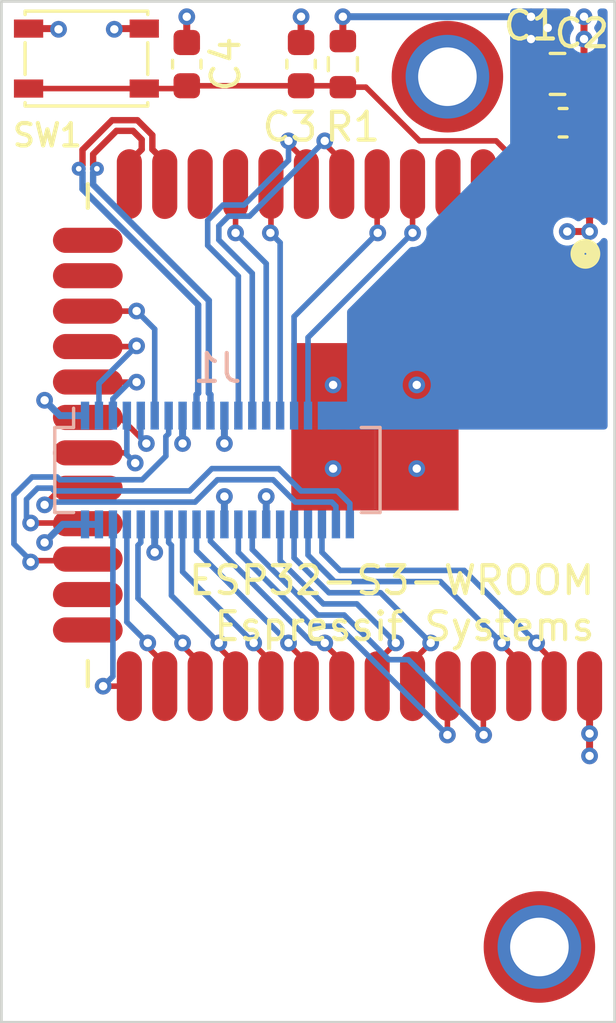
<source format=kicad_pcb>
(kicad_pcb (version 20171130) (host pcbnew "(5.1.9-0-10_14)")

  (general
    (thickness 1.6)
    (drawings 4)
    (tracks 303)
    (zones 0)
    (modules 10)
    (nets 40)
  )

  (page A4)
  (title_block
    (title "mikroPhone WiFi ESP32-S3 adapter")
    (date 2024-01-22)
    (rev 4.0)
  )

  (layers
    (0 F.Cu signal)
    (1 GND power)
    (2 PWR power)
    (31 B.Cu signal)
    (32 B.Adhes user)
    (33 F.Adhes user)
    (34 B.Paste user)
    (35 F.Paste user)
    (36 B.SilkS user hide)
    (37 F.SilkS user hide)
    (38 B.Mask user)
    (39 F.Mask user)
    (40 Dwgs.User user)
    (41 Cmts.User user)
    (42 Eco1.User user)
    (43 Eco2.User user)
    (44 Edge.Cuts user)
    (45 Margin user)
    (46 B.CrtYd user)
    (47 F.CrtYd user)
    (48 B.Fab user hide)
    (49 F.Fab user hide)
  )

  (setup
    (last_trace_width 0.2)
    (trace_clearance 0.2)
    (zone_clearance 0.2032)
    (zone_45_only no)
    (trace_min 0.09)
    (via_size 0.6)
    (via_drill 0.3)
    (via_min_size 0.46)
    (via_min_drill 0.2)
    (uvia_size 0.3)
    (uvia_drill 0.1)
    (uvias_allowed no)
    (uvia_min_size 0.2)
    (uvia_min_drill 0.1)
    (edge_width 0.1)
    (segment_width 0.2)
    (pcb_text_width 0.125)
    (pcb_text_size 0.5 0.5)
    (mod_edge_width 0.05)
    (mod_text_size 0.6 0.6)
    (mod_text_width 0.125)
    (pad_size 4 4)
    (pad_drill 2.1)
    (pad_to_mask_clearance 0)
    (aux_axis_origin 106 72)
    (grid_origin 106 72)
    (visible_elements FFFFF7FF)
    (pcbplotparams
      (layerselection 0x010fc_ffffffff)
      (usegerberextensions true)
      (usegerberattributes false)
      (usegerberadvancedattributes false)
      (creategerberjobfile false)
      (excludeedgelayer true)
      (linewidth 0.100000)
      (plotframeref false)
      (viasonmask false)
      (mode 1)
      (useauxorigin false)
      (hpglpennumber 1)
      (hpglpenspeed 20)
      (hpglpendiameter 15.000000)
      (psnegative false)
      (psa4output false)
      (plotreference true)
      (plotvalue true)
      (plotinvisibletext false)
      (padsonsilk false)
      (subtractmaskfromsilk true)
      (outputformat 1)
      (mirror false)
      (drillshape 0)
      (scaleselection 1)
      (outputdirectory "fab/"))
  )

  (net 0 "")
  (net 1 GND)
  (net 2 +3V3)
  (net 3 /ESP32_EN)
  (net 4 /IO27)
  (net 5 /IO26)
  (net 6 /USB_D_N)
  (net 7 /USB_D_P)
  (net 8 /UART2_RI)
  (net 9 /UART2_DTR)
  (net 10 /UART2_RXD)
  (net 11 /UART2_TXD)
  (net 12 /USB_MUX_S)
  (net 13 /WAKE)
  (net 14 /GPIO_22)
  (net 15 /GPIO_20)
  (net 16 /VSPI_SS0)
  (net 17 /VSPI_SCK)
  (net 18 /VSPI_MISO)
  (net 19 /VSPI_MOSI)
  (net 20 /UART0_RXD)
  (net 21 /UART0_TXD)
  (net 22 /PCM_SYNC)
  (net 23 /PCM_DO)
  (net 24 /PCM_DI)
  (net 25 /PCM_CLK)
  (net 26 /USB_MUX_EN)
  (net 27 "Net-(U1-Pad4)")
  (net 28 "Net-(U1-Pad5)")
  (net 29 "Net-(U1-Pad15)")
  (net 30 "Net-(U1-Pad26)")
  (net 31 /FSPI_SS0)
  (net 32 /FSPI_MOSI)
  (net 33 /FSPI_MISO)
  (net 34 /FSPI_SCK)
  (net 35 "Net-(U1-Pad25)")
  (net 36 "Net-(U1-Pad12)")
  (net 37 /~W_DISABLE)
  (net 38 "Net-(U1-Pad16)")
  (net 39 /~PERST)

  (net_class Default "This is the default net class."
    (clearance 0.2)
    (trace_width 0.2)
    (via_dia 0.6)
    (via_drill 0.3)
    (uvia_dia 0.3)
    (uvia_drill 0.1)
    (add_net /ESP32_EN)
    (add_net /FSPI_MISO)
    (add_net /FSPI_MOSI)
    (add_net /FSPI_SCK)
    (add_net /FSPI_SS0)
    (add_net /GPIO_20)
    (add_net /GPIO_22)
    (add_net /IO26)
    (add_net /IO27)
    (add_net /PCM_CLK)
    (add_net /PCM_DI)
    (add_net /PCM_DO)
    (add_net /PCM_SYNC)
    (add_net /UART0_RXD)
    (add_net /UART0_TXD)
    (add_net /UART2_DTR)
    (add_net /UART2_RI)
    (add_net /UART2_RXD)
    (add_net /UART2_TXD)
    (add_net /USB_MUX_EN)
    (add_net /USB_MUX_S)
    (add_net /VSPI_MISO)
    (add_net /VSPI_MOSI)
    (add_net /VSPI_SCK)
    (add_net /VSPI_SS0)
    (add_net /WAKE)
    (add_net /~PERST)
    (add_net /~W_DISABLE)
    (add_net "Net-(U1-Pad12)")
    (add_net "Net-(U1-Pad15)")
    (add_net "Net-(U1-Pad16)")
    (add_net "Net-(U1-Pad25)")
    (add_net "Net-(U1-Pad26)")
    (add_net "Net-(U1-Pad4)")
    (add_net "Net-(U1-Pad5)")
  )

  (net_class POWER ""
    (clearance 0.2)
    (trace_width 0.25)
    (via_dia 0.6)
    (via_drill 0.3)
    (uvia_dia 0.3)
    (uvia_drill 0.1)
    (add_net +3V3)
  )

  (net_class POWER_GND ""
    (clearance 0.1524)
    (trace_width 0.25)
    (via_dia 0.6)
    (via_drill 0.3)
    (uvia_dia 0.3)
    (uvia_drill 0.1)
    (add_net GND)
  )

  (net_class USB2 ""
    (clearance 0.1524)
    (trace_width 0.2288)
    (via_dia 0.5)
    (via_drill 0.2)
    (uvia_dia 0.3)
    (uvia_drill 0.1)
    (diff_pair_width 0.2288)
    (diff_pair_gap 0.1524)
    (add_net /USB_D_N)
    (add_net /USB_D_P)
  )

  (module footprints:Spacer_small (layer F.Cu) (tedit 61BFD32E) (tstamp 64EC8ED8)
    (at 122 74.7)
    (path /64EE975F)
    (fp_text reference J2 (at 0 2.8) (layer F.SilkS) hide
      (effects (font (size 1 1) (thickness 0.15)))
    )
    (fp_text value Spacer (at 0 -2.7) (layer F.Fab)
      (effects (font (size 1 1) (thickness 0.15)))
    )
    (pad 1 smd circle (at 0 0) (size 4 4) (layers F.Cu F.Mask)
      (net 1 GND))
    (pad 1 thru_hole circle (at 0 0) (size 3 3) (drill 2.1) (layers *.Cu *.Mask)
      (net 1 GND))
  )

  (module footprints:Spacer_small (layer F.Cu) (tedit 61BFD32E) (tstamp 64EC8EDE)
    (at 125.3 105.9)
    (path /64EEA09B)
    (fp_text reference J3 (at 0 2.8) (layer F.SilkS) hide
      (effects (font (size 1 1) (thickness 0.15)))
    )
    (fp_text value Spacer (at 0 -2.7) (layer F.Fab)
      (effects (font (size 1 1) (thickness 0.15)))
    )
    (pad 1 smd circle (at 0 0) (size 4 4) (layers F.Cu F.Mask)
      (net 1 GND))
    (pad 1 thru_hole circle (at 0 0) (size 3 3) (drill 2.1) (layers *.Cu *.Mask)
      (net 1 GND))
  )

  (module Connector_Molex:Molex_SlimStack_55560-0401_2x20_P0.50mm_Vertical (layer B.Cu) (tedit 64EC8225) (tstamp 64EC884B)
    (at 113.75 88.8 180)
    (descr "Molex SlimStack Fine-Pitch SMT Board-to-Board Connectors, 55560-0401, 40 Pins (http://www.molex.com/pdm_docs/sd/555600207_sd.pdf), generated with kicad-footprint-generator")
    (tags "connector Molex SlimStack side entry")
    (path /64F71377)
    (attr smd)
    (fp_text reference J1 (at 0 3.65) (layer B.SilkS)
      (effects (font (size 1 1) (thickness 0.15)) (justify mirror))
    )
    (fp_text value WiFi (at 0 -3.65) (layer B.Fab)
      (effects (font (size 1 1) (thickness 0.15)) (justify mirror))
    )
    (fp_line (start -6.22 2.95) (end 6.22 2.95) (layer B.CrtYd) (width 0.05))
    (fp_line (start -6.22 -2.95) (end -6.22 2.95) (layer B.CrtYd) (width 0.05))
    (fp_line (start 6.22 -2.95) (end -6.22 -2.95) (layer B.CrtYd) (width 0.05))
    (fp_line (start 6.22 2.95) (end 6.22 -2.95) (layer B.CrtYd) (width 0.05))
    (fp_line (start -5.835 1.525) (end -5.16 1.525) (layer B.SilkS) (width 0.12))
    (fp_line (start -5.835 -1.525) (end -5.835 1.525) (layer B.SilkS) (width 0.12))
    (fp_line (start -5.16 -1.525) (end -5.835 -1.525) (layer B.SilkS) (width 0.12))
    (fp_line (start 5.16 1.525) (end 5.16 2.215) (layer B.SilkS) (width 0.12))
    (fp_line (start 5.835 1.525) (end 5.16 1.525) (layer B.SilkS) (width 0.12))
    (fp_line (start 5.835 -1.525) (end 5.835 1.525) (layer B.SilkS) (width 0.12))
    (fp_line (start 5.16 -1.525) (end 5.835 -1.525) (layer B.SilkS) (width 0.12))
    (fp_line (start 5.16 1.525) (end 5.16 2.215) (layer B.Fab) (width 0.1))
    (fp_line (start -5.725 1.415) (end 5.725 1.415) (layer B.Fab) (width 0.1))
    (fp_line (start -5.725 -1.415) (end -5.725 1.415) (layer B.Fab) (width 0.1))
    (fp_line (start 5.725 -1.415) (end -5.725 -1.415) (layer B.Fab) (width 0.1))
    (fp_line (start 5.725 1.415) (end 5.725 -1.415) (layer B.Fab) (width 0.1))
    (fp_text user %R (at 0 0) (layer B.Fab)
      (effects (font (size 1 1) (thickness 0.15)) (justify mirror))
    )
    (pad 1 smd rect (at 4.75 1.95 180) (size 0.3 1) (layers B.Cu B.Paste B.Mask)
      (net 1 GND))
    (pad 3 smd rect (at 4.25 1.95 180) (size 0.3 1) (layers B.Cu B.Paste B.Mask)
      (net 31 /FSPI_SS0))
    (pad 5 smd rect (at 3.75 1.95 180) (size 0.3 1) (layers B.Cu B.Paste B.Mask)
      (net 32 /FSPI_MOSI))
    (pad 7 smd rect (at 3.25 1.95 180) (size 0.3 1) (layers B.Cu B.Paste B.Mask)
      (net 33 /FSPI_MISO))
    (pad 9 smd rect (at 2.75 1.95 180) (size 0.3 1) (layers B.Cu B.Paste B.Mask)
      (net 34 /FSPI_SCK))
    (pad 11 smd rect (at 2.25 1.95 180) (size 0.3 1) (layers B.Cu B.Paste B.Mask)
      (net 4 /IO27))
    (pad 13 smd rect (at 1.75 1.95 180) (size 0.3 1) (layers B.Cu B.Paste B.Mask)
      (net 5 /IO26))
    (pad 15 smd rect (at 1.25 1.95 180) (size 0.3 1) (layers B.Cu B.Paste B.Mask)
      (net 1 GND))
    (pad 17 smd rect (at 0.75 1.95 180) (size 0.3 1) (layers B.Cu B.Paste B.Mask)
      (net 6 /USB_D_N))
    (pad 19 smd rect (at 0.25 1.95 180) (size 0.3 1) (layers B.Cu B.Paste B.Mask)
      (net 7 /USB_D_P))
    (pad 21 smd rect (at -0.25 1.95 180) (size 0.3 1) (layers B.Cu B.Paste B.Mask)
      (net 1 GND))
    (pad 23 smd rect (at -0.75 1.95 180) (size 0.3 1) (layers B.Cu B.Paste B.Mask)
      (net 8 /UART2_RI))
    (pad 25 smd rect (at -1.25 1.95 180) (size 0.3 1) (layers B.Cu B.Paste B.Mask)
      (net 9 /UART2_DTR))
    (pad 27 smd rect (at -1.75 1.95 180) (size 0.3 1) (layers B.Cu B.Paste B.Mask)
      (net 10 /UART2_RXD))
    (pad 29 smd rect (at -2.25 1.95 180) (size 0.3 1) (layers B.Cu B.Paste B.Mask)
      (net 11 /UART2_TXD))
    (pad 31 smd rect (at -2.75 1.95 180) (size 0.3 1) (layers B.Cu B.Paste B.Mask)
      (net 26 /USB_MUX_EN))
    (pad 33 smd rect (at -3.25 1.95 180) (size 0.3 1) (layers B.Cu B.Paste B.Mask)
      (net 39 /~PERST))
    (pad 35 smd rect (at -3.75 1.95 180) (size 0.3 1) (layers B.Cu B.Paste B.Mask)
      (net 2 +3V3))
    (pad 37 smd rect (at -4.25 1.95 180) (size 0.3 1) (layers B.Cu B.Paste B.Mask)
      (net 2 +3V3))
    (pad 39 smd rect (at -4.75 1.95 180) (size 0.3 1) (layers B.Cu B.Paste B.Mask)
      (net 2 +3V3))
    (pad 2 smd rect (at 4.75 -1.95 180) (size 0.3 1) (layers B.Cu B.Paste B.Mask)
      (net 1 GND))
    (pad 4 smd rect (at 4.25 -1.95 180) (size 0.3 1) (layers B.Cu B.Paste B.Mask)
      (net 1 GND))
    (pad 6 smd rect (at 3.75 -1.95 180) (size 0.3 1) (layers B.Cu B.Paste B.Mask)
      (net 13 /WAKE))
    (pad 8 smd rect (at 3.25 -1.95 180) (size 0.3 1) (layers B.Cu B.Paste B.Mask)
      (net 14 /GPIO_22))
    (pad 10 smd rect (at 2.75 -1.95 180) (size 0.3 1) (layers B.Cu B.Paste B.Mask)
      (net 15 /GPIO_20))
    (pad 12 smd rect (at 2.25 -1.95 180) (size 0.3 1) (layers B.Cu B.Paste B.Mask)
      (net 1 GND))
    (pad 14 smd rect (at 1.75 -1.95 180) (size 0.3 1) (layers B.Cu B.Paste B.Mask)
      (net 16 /VSPI_SS0))
    (pad 16 smd rect (at 1.25 -1.95 180) (size 0.3 1) (layers B.Cu B.Paste B.Mask)
      (net 17 /VSPI_SCK))
    (pad 18 smd rect (at 0.75 -1.95 180) (size 0.3 1) (layers B.Cu B.Paste B.Mask)
      (net 18 /VSPI_MISO))
    (pad 20 smd rect (at 0.25 -1.95 180) (size 0.3 1) (layers B.Cu B.Paste B.Mask)
      (net 19 /VSPI_MOSI))
    (pad 22 smd rect (at -0.25 -1.95 180) (size 0.3 1) (layers B.Cu B.Paste B.Mask)
      (net 1 GND))
    (pad 24 smd rect (at -0.75 -1.95 180) (size 0.3 1) (layers B.Cu B.Paste B.Mask)
      (net 20 /UART0_RXD))
    (pad 26 smd rect (at -1.25 -1.95 180) (size 0.3 1) (layers B.Cu B.Paste B.Mask)
      (net 21 /UART0_TXD))
    (pad 28 smd rect (at -1.75 -1.95 180) (size 0.3 1) (layers B.Cu B.Paste B.Mask)
      (net 1 GND))
    (pad 30 smd rect (at -2.25 -1.95 180) (size 0.3 1) (layers B.Cu B.Paste B.Mask)
      (net 22 /PCM_SYNC))
    (pad 32 smd rect (at -2.75 -1.95 180) (size 0.3 1) (layers B.Cu B.Paste B.Mask)
      (net 23 /PCM_DO))
    (pad 34 smd rect (at -3.25 -1.95 180) (size 0.3 1) (layers B.Cu B.Paste B.Mask)
      (net 24 /PCM_DI))
    (pad 36 smd rect (at -3.75 -1.95 180) (size 0.3 1) (layers B.Cu B.Paste B.Mask)
      (net 25 /PCM_CLK))
    (pad 38 smd rect (at -4.25 -1.95 180) (size 0.3 1) (layers B.Cu B.Paste B.Mask)
      (net 12 /USB_MUX_S))
    (pad 40 smd rect (at -4.75 -1.95 180) (size 0.3 1) (layers B.Cu B.Paste B.Mask)
      (net 37 /~W_DISABLE))
    (model ${KISYS3DMOD}/Connector_Molex.3dshapes/Molex_SlimStack_55560-0401_2x20_P0.50mm_Vertical.wrl
      (at (xyz 0 0 0))
      (scale (xyz 1 1 1))
      (rotate (xyz 0 0 0))
    )
  )

  (module Capacitor_SMD:C_0603_1608Metric (layer F.Cu) (tedit 5F68FEEE) (tstamp 5FCA89B4)
    (at 126.15 76.35)
    (descr "Capacitor SMD 0603 (1608 Metric), square (rectangular) end terminal, IPC_7351 nominal, (Body size source: IPC-SM-782 page 76, https://www.pcb-3d.com/wordpress/wp-content/uploads/ipc-sm-782a_amendment_1_and_2.pdf), generated with kicad-footprint-generator")
    (tags capacitor)
    (path /5C506C38)
    (attr smd)
    (fp_text reference C2 (at 0.675 -3.2) (layer F.SilkS)
      (effects (font (size 1 1) (thickness 0.15)))
    )
    (fp_text value 0.1uF (at 4 0.05) (layer F.Fab)
      (effects (font (size 1 1) (thickness 0.15)))
    )
    (fp_line (start -0.8 0.4) (end -0.8 -0.4) (layer F.Fab) (width 0.1))
    (fp_line (start -0.8 -0.4) (end 0.8 -0.4) (layer F.Fab) (width 0.1))
    (fp_line (start 0.8 -0.4) (end 0.8 0.4) (layer F.Fab) (width 0.1))
    (fp_line (start 0.8 0.4) (end -0.8 0.4) (layer F.Fab) (width 0.1))
    (fp_line (start -0.14058 -0.51) (end 0.14058 -0.51) (layer F.SilkS) (width 0.12))
    (fp_line (start -0.14058 0.51) (end 0.14058 0.51) (layer F.SilkS) (width 0.12))
    (fp_line (start -1.48 0.73) (end -1.48 -0.73) (layer F.CrtYd) (width 0.05))
    (fp_line (start -1.48 -0.73) (end 1.48 -0.73) (layer F.CrtYd) (width 0.05))
    (fp_line (start 1.48 -0.73) (end 1.48 0.73) (layer F.CrtYd) (width 0.05))
    (fp_line (start 1.48 0.73) (end -1.48 0.73) (layer F.CrtYd) (width 0.05))
    (fp_text user %R (at 0 0) (layer F.Fab)
      (effects (font (size 0.4 0.4) (thickness 0.06)))
    )
    (pad 2 smd roundrect (at 0.775 0) (size 0.9 0.95) (layers F.Cu F.Paste F.Mask) (roundrect_rratio 0.25)
      (net 1 GND))
    (pad 1 smd roundrect (at -0.775 0) (size 0.9 0.95) (layers F.Cu F.Paste F.Mask) (roundrect_rratio 0.25)
      (net 2 +3V3))
    (model ${KISYS3DMOD}/Capacitor_SMD.3dshapes/C_0603_1608Metric.wrl
      (at (xyz 0 0 0))
      (scale (xyz 1 1 1))
      (rotate (xyz 0 0 0))
    )
  )

  (module Capacitor_SMD:C_0603_1608Metric (layer F.Cu) (tedit 5F68FEEE) (tstamp 5CB63157)
    (at 116.75 74.25 90)
    (descr "Capacitor SMD 0603 (1608 Metric), square (rectangular) end terminal, IPC_7351 nominal, (Body size source: IPC-SM-782 page 76, https://www.pcb-3d.com/wordpress/wp-content/uploads/ipc-sm-782a_amendment_1_and_2.pdf), generated with kicad-footprint-generator")
    (tags capacitor)
    (path /5C506CD9)
    (attr smd)
    (fp_text reference C3 (at -2.25 -0.4) (layer F.SilkS)
      (effects (font (size 1 1) (thickness 0.15)))
    )
    (fp_text value 10uF (at -3.8 0 270) (layer F.Fab)
      (effects (font (size 1 1) (thickness 0.15)))
    )
    (fp_line (start -0.8 0.4) (end -0.8 -0.4) (layer F.Fab) (width 0.1))
    (fp_line (start -0.8 -0.4) (end 0.8 -0.4) (layer F.Fab) (width 0.1))
    (fp_line (start 0.8 -0.4) (end 0.8 0.4) (layer F.Fab) (width 0.1))
    (fp_line (start 0.8 0.4) (end -0.8 0.4) (layer F.Fab) (width 0.1))
    (fp_line (start -0.14058 -0.51) (end 0.14058 -0.51) (layer F.SilkS) (width 0.12))
    (fp_line (start -0.14058 0.51) (end 0.14058 0.51) (layer F.SilkS) (width 0.12))
    (fp_line (start -1.48 0.73) (end -1.48 -0.73) (layer F.CrtYd) (width 0.05))
    (fp_line (start -1.48 -0.73) (end 1.48 -0.73) (layer F.CrtYd) (width 0.05))
    (fp_line (start 1.48 -0.73) (end 1.48 0.73) (layer F.CrtYd) (width 0.05))
    (fp_line (start 1.48 0.73) (end -1.48 0.73) (layer F.CrtYd) (width 0.05))
    (fp_text user %R (at 0 0 270) (layer F.Fab)
      (effects (font (size 0.4 0.4) (thickness 0.06)))
    )
    (pad 2 smd roundrect (at 0.775 0 90) (size 0.9 0.95) (layers F.Cu F.Paste F.Mask) (roundrect_rratio 0.25)
      (net 1 GND))
    (pad 1 smd roundrect (at -0.775 0 90) (size 0.9 0.95) (layers F.Cu F.Paste F.Mask) (roundrect_rratio 0.25)
      (net 3 /ESP32_EN))
    (model ${KISYS3DMOD}/Capacitor_SMD.3dshapes/C_0603_1608Metric.wrl
      (at (xyz 0 0 0))
      (scale (xyz 1 1 1))
      (rotate (xyz 0 0 0))
    )
  )

  (module Resistor_SMD:R_0603_1608Metric (layer F.Cu) (tedit 5F68FEEE) (tstamp 5CB637A1)
    (at 118.25 74.25 270)
    (descr "Resistor SMD 0603 (1608 Metric), square (rectangular) end terminal, IPC_7351 nominal, (Body size source: IPC-SM-782 page 72, https://www.pcb-3d.com/wordpress/wp-content/uploads/ipc-sm-782a_amendment_1_and_2.pdf), generated with kicad-footprint-generator")
    (tags resistor)
    (path /5C506D6E)
    (attr smd)
    (fp_text reference R1 (at 2.25 -0.35 180) (layer F.SilkS)
      (effects (font (size 1 1) (thickness 0.15)))
    )
    (fp_text value 10K (at 4.35 0 270) (layer F.Fab)
      (effects (font (size 1 1) (thickness 0.15)))
    )
    (fp_line (start -0.8 0.4125) (end -0.8 -0.4125) (layer F.Fab) (width 0.1))
    (fp_line (start -0.8 -0.4125) (end 0.8 -0.4125) (layer F.Fab) (width 0.1))
    (fp_line (start 0.8 -0.4125) (end 0.8 0.4125) (layer F.Fab) (width 0.1))
    (fp_line (start 0.8 0.4125) (end -0.8 0.4125) (layer F.Fab) (width 0.1))
    (fp_line (start -0.237258 -0.5225) (end 0.237258 -0.5225) (layer F.SilkS) (width 0.12))
    (fp_line (start -0.237258 0.5225) (end 0.237258 0.5225) (layer F.SilkS) (width 0.12))
    (fp_line (start -1.48 0.73) (end -1.48 -0.73) (layer F.CrtYd) (width 0.05))
    (fp_line (start -1.48 -0.73) (end 1.48 -0.73) (layer F.CrtYd) (width 0.05))
    (fp_line (start 1.48 -0.73) (end 1.48 0.73) (layer F.CrtYd) (width 0.05))
    (fp_line (start 1.48 0.73) (end -1.48 0.73) (layer F.CrtYd) (width 0.05))
    (fp_text user %R (at 0 0 270) (layer F.Fab)
      (effects (font (size 0.4 0.4) (thickness 0.06)))
    )
    (pad 2 smd roundrect (at 0.825 0 270) (size 0.8 0.95) (layers F.Cu F.Paste F.Mask) (roundrect_rratio 0.25)
      (net 3 /ESP32_EN))
    (pad 1 smd roundrect (at -0.825 0 270) (size 0.8 0.95) (layers F.Cu F.Paste F.Mask) (roundrect_rratio 0.25)
      (net 2 +3V3))
    (model ${KISYS3DMOD}/Resistor_SMD.3dshapes/R_0603_1608Metric.wrl
      (at (xyz 0 0 0))
      (scale (xyz 1 1 1))
      (rotate (xyz 0 0 0))
    )
  )

  (module Button_Switch_SMD:SW_SPST_PTS810 (layer F.Cu) (tedit 5B0610A8) (tstamp 60002A5B)
    (at 109.05 74.05 180)
    (descr "C&K Components, PTS 810 Series, Microminiature SMT Top Actuated, http://www.ckswitches.com/media/1476/pts810.pdf")
    (tags "SPST Button Switch")
    (path /5CC8732C)
    (attr smd)
    (fp_text reference SW1 (at 1.4 -2.75 180) (layer F.SilkS)
      (effects (font (size 0.8 0.8) (thickness 0.15)))
    )
    (fp_text value ESP32_RST (at -1.3 3.25) (layer F.Fab)
      (effects (font (size 1 1) (thickness 0.15)))
    )
    (fp_line (start -2.85 -1.85) (end 2.85 -1.85) (layer F.CrtYd) (width 0.05))
    (fp_line (start -2.85 1.85) (end -2.85 -1.85) (layer F.CrtYd) (width 0.05))
    (fp_line (start 2.85 1.85) (end -2.85 1.85) (layer F.CrtYd) (width 0.05))
    (fp_line (start 2.85 -1.85) (end 2.85 1.85) (layer F.CrtYd) (width 0.05))
    (fp_line (start 2.2 -1.58) (end 2.2 -1.7) (layer F.SilkS) (width 0.12))
    (fp_line (start 2.2 0.57) (end 2.2 -0.57) (layer F.SilkS) (width 0.12))
    (fp_line (start 2.2 1.7) (end 2.2 1.58) (layer F.SilkS) (width 0.12))
    (fp_line (start -2.2 1.7) (end 2.2 1.7) (layer F.SilkS) (width 0.12))
    (fp_line (start -2.2 1.58) (end -2.2 1.7) (layer F.SilkS) (width 0.12))
    (fp_line (start -2.2 -0.57) (end -2.2 0.57) (layer F.SilkS) (width 0.12))
    (fp_line (start -2.2 -1.7) (end -2.2 -1.58) (layer F.SilkS) (width 0.12))
    (fp_line (start 2.2 -1.7) (end -2.2 -1.7) (layer F.SilkS) (width 0.12))
    (fp_line (start 0.4 1.1) (end -0.4 1.1) (layer F.Fab) (width 0.1))
    (fp_line (start -0.4 -1.1) (end 0.4 -1.1) (layer F.Fab) (width 0.1))
    (fp_line (start -2.1 1.6) (end 2.1 1.6) (layer F.Fab) (width 0.1))
    (fp_line (start -2.1 -1.6) (end -2.1 1.6) (layer F.Fab) (width 0.1))
    (fp_line (start 2.1 -1.6) (end -2.1 -1.6) (layer F.Fab) (width 0.1))
    (fp_line (start 2.1 1.6) (end 2.1 -1.6) (layer F.Fab) (width 0.1))
    (fp_arc (start 0.4 0) (end 0.4 -1.1) (angle 180) (layer F.Fab) (width 0.1))
    (fp_arc (start -0.4 0) (end -0.4 1.1) (angle 180) (layer F.Fab) (width 0.1))
    (fp_text user %R (at 0 0) (layer F.Fab)
      (effects (font (size 0.6 0.6) (thickness 0.09)))
    )
    (pad 2 smd rect (at 2.075 1.075 180) (size 1.05 0.65) (layers F.Cu F.Paste F.Mask)
      (net 1 GND))
    (pad 2 smd rect (at -2.075 1.075 180) (size 1.05 0.65) (layers F.Cu F.Paste F.Mask)
      (net 1 GND))
    (pad 1 smd rect (at 2.075 -1.075 180) (size 1.05 0.65) (layers F.Cu F.Paste F.Mask)
      (net 3 /ESP32_EN))
    (pad 1 smd rect (at -2.075 -1.075 180) (size 1.05 0.65) (layers F.Cu F.Paste F.Mask)
      (net 3 /ESP32_EN))
    (model ${KISYS3DMOD}/Button_Switch_SMD.3dshapes/SW_SPST_PTS810.wrl
      (at (xyz 0 0 0))
      (scale (xyz 1 1 1))
      (rotate (xyz 0 0 0))
    )
  )

  (module Capacitor_SMD:C_0805_2012Metric (layer F.Cu) (tedit 5F68FEEE) (tstamp 64ECA4D4)
    (at 125.95 74.6)
    (descr "Capacitor SMD 0805 (2012 Metric), square (rectangular) end terminal, IPC_7351 nominal, (Body size source: IPC-SM-782 page 76, https://www.pcb-3d.com/wordpress/wp-content/uploads/ipc-sm-782a_amendment_1_and_2.pdf, https://docs.google.com/spreadsheets/d/1BsfQQcO9C6DZCsRaXUlFlo91Tg2WpOkGARC1WS5S8t0/edit?usp=sharing), generated with kicad-footprint-generator")
    (tags capacitor)
    (path /5C506C85)
    (attr smd)
    (fp_text reference C1 (at -0.95 -1.725) (layer F.SilkS)
      (effects (font (size 1 1) (thickness 0.15)))
    )
    (fp_text value 22uF (at 3.65 0) (layer F.Fab)
      (effects (font (size 1 1) (thickness 0.15)))
    )
    (fp_line (start -1 0.625) (end -1 -0.625) (layer F.Fab) (width 0.1))
    (fp_line (start -1 -0.625) (end 1 -0.625) (layer F.Fab) (width 0.1))
    (fp_line (start 1 -0.625) (end 1 0.625) (layer F.Fab) (width 0.1))
    (fp_line (start 1 0.625) (end -1 0.625) (layer F.Fab) (width 0.1))
    (fp_line (start -0.261252 -0.735) (end 0.261252 -0.735) (layer F.SilkS) (width 0.12))
    (fp_line (start -0.261252 0.735) (end 0.261252 0.735) (layer F.SilkS) (width 0.12))
    (fp_line (start -1.7 0.98) (end -1.7 -0.98) (layer F.CrtYd) (width 0.05))
    (fp_line (start -1.7 -0.98) (end 1.7 -0.98) (layer F.CrtYd) (width 0.05))
    (fp_line (start 1.7 -0.98) (end 1.7 0.98) (layer F.CrtYd) (width 0.05))
    (fp_line (start 1.7 0.98) (end -1.7 0.98) (layer F.CrtYd) (width 0.05))
    (fp_text user %R (at 0 0) (layer F.Fab)
      (effects (font (size 0.5 0.5) (thickness 0.08)))
    )
    (pad 2 smd roundrect (at 0.95 0) (size 1 1.45) (layers F.Cu F.Paste F.Mask) (roundrect_rratio 0.25)
      (net 1 GND))
    (pad 1 smd roundrect (at -0.95 0) (size 1 1.45) (layers F.Cu F.Paste F.Mask) (roundrect_rratio 0.25)
      (net 2 +3V3))
    (model ${KISYS3DMOD}/Capacitor_SMD.3dshapes/C_0805_2012Metric.wrl
      (at (xyz 0 0 0))
      (scale (xyz 1 1 1))
      (rotate (xyz 0 0 0))
    )
  )

  (module Capacitor_SMD:C_0603_1608Metric (layer F.Cu) (tedit 5F68FEEE) (tstamp 600E250D)
    (at 112.65 74.25 90)
    (descr "Capacitor SMD 0603 (1608 Metric), square (rectangular) end terminal, IPC_7351 nominal, (Body size source: IPC-SM-782 page 76, https://www.pcb-3d.com/wordpress/wp-content/uploads/ipc-sm-782a_amendment_1_and_2.pdf), generated with kicad-footprint-generator")
    (tags capacitor)
    (path /62863E5F)
    (attr smd)
    (fp_text reference C4 (at 0 1.4 90) (layer F.SilkS)
      (effects (font (size 1 1) (thickness 0.15)))
    )
    (fp_text value 0.1uF (at -3.55 0 90) (layer F.Fab)
      (effects (font (size 1 1) (thickness 0.15)))
    )
    (fp_line (start -0.8 0.4) (end -0.8 -0.4) (layer F.Fab) (width 0.1))
    (fp_line (start -0.8 -0.4) (end 0.8 -0.4) (layer F.Fab) (width 0.1))
    (fp_line (start 0.8 -0.4) (end 0.8 0.4) (layer F.Fab) (width 0.1))
    (fp_line (start 0.8 0.4) (end -0.8 0.4) (layer F.Fab) (width 0.1))
    (fp_line (start -0.14058 -0.51) (end 0.14058 -0.51) (layer F.SilkS) (width 0.12))
    (fp_line (start -0.14058 0.51) (end 0.14058 0.51) (layer F.SilkS) (width 0.12))
    (fp_line (start -1.48 0.73) (end -1.48 -0.73) (layer F.CrtYd) (width 0.05))
    (fp_line (start -1.48 -0.73) (end 1.48 -0.73) (layer F.CrtYd) (width 0.05))
    (fp_line (start 1.48 -0.73) (end 1.48 0.73) (layer F.CrtYd) (width 0.05))
    (fp_line (start 1.48 0.73) (end -1.48 0.73) (layer F.CrtYd) (width 0.05))
    (fp_text user %R (at 0 0 90) (layer F.Fab)
      (effects (font (size 0.4 0.4) (thickness 0.06)))
    )
    (pad 2 smd roundrect (at 0.775 0 90) (size 0.9 0.95) (layers F.Cu F.Paste F.Mask) (roundrect_rratio 0.25)
      (net 1 GND))
    (pad 1 smd roundrect (at -0.775 0 90) (size 0.9 0.95) (layers F.Cu F.Paste F.Mask) (roundrect_rratio 0.25)
      (net 3 /ESP32_EN))
    (model ${KISYS3DMOD}/Capacitor_SMD.3dshapes/C_0603_1608Metric.wrl
      (at (xyz 0 0 0))
      (scale (xyz 1 1 1))
      (rotate (xyz 0 0 0))
    )
  )

  (module footprints:Espressif_ESP32-S3-WROOM (layer F.Cu) (tedit 64EDAF0D) (tstamp 64EE2084)
    (at 121.85 87.55 90)
    (path /64EF63CC)
    (fp_text reference U1 (at 0 7.4 90) (layer F.SilkS)
      (effects (font (size 1 1) (thickness 0.15)))
    )
    (fp_text value ESP32-S3-WROOM (at 0 8.85 90) (layer F.Fab)
      (effects (font (size 1 1) (thickness 0.15)))
    )
    (fp_line (start 9 -12.75) (end 8.15 -12.75) (layer F.SilkS) (width 0.15))
    (fp_circle (center 6.5 5.1) (end 6.627 5.354) (layer F.SilkS) (width 0.5))
    (fp_line (start -9 -12.75) (end -8.1 -12.75) (layer F.SilkS) (width 0.15))
    (fp_text user ESP32-S3-WROOM (at -5.207 -1.85) (layer F.SilkS)
      (effects (font (size 1 1) (thickness 0.15)))
    )
    (fp_text user "Espressif Systems" (at -6.858 -1.389) (layer F.SilkS)
      (effects (font (size 1 1) (thickness 0.15)))
    )
    (pad 41 smd rect (at -1.2 -0.95 90) (size 3 3) (layers F.Cu F.Paste F.Mask)
      (net 1 GND) (solder_paste_margin -0.2))
    (pad 41 smd rect (at 1.8 -0.95 90) (size 3 3) (layers F.Cu F.Paste F.Mask)
      (net 1 GND) (solder_paste_margin -0.2))
    (pad 41 smd rect (at 1.8 -3.95 90) (size 3 3) (layers F.Cu F.Paste F.Mask)
      (net 1 GND) (solder_paste_margin -0.2))
    (pad 41 smd rect (at -1.2 -3.95 90) (size 3 3) (layers F.Cu F.Paste F.Mask)
      (net 1 GND) (solder_paste_margin -0.2))
    (pad 1 smd oval (at 9 5.25 90) (size 2.5 0.9) (layers F.Cu F.Paste F.Mask)
      (net 1 GND))
    (pad 2 smd oval (at 9 3.98 90) (size 2.5 0.9) (layers F.Cu F.Paste F.Mask)
      (net 2 +3V3))
    (pad 3 smd oval (at 9 2.71 90) (size 2.5 0.9) (layers F.Cu F.Paste F.Mask)
      (net 3 /ESP32_EN))
    (pad 4 smd oval (at 9 1.44 90) (size 2.5 0.9) (layers F.Cu F.Paste F.Mask)
      (net 27 "Net-(U1-Pad4)"))
    (pad 5 smd oval (at 9 0.17 90) (size 2.5 0.9) (layers F.Cu F.Paste F.Mask)
      (net 28 "Net-(U1-Pad5)"))
    (pad 6 smd oval (at 9 -1.1 90) (size 2.5 0.9) (layers F.Cu F.Paste F.Mask)
      (net 39 /~PERST))
    (pad 7 smd oval (at 9 -2.37 90) (size 2.5 0.9) (layers F.Cu F.Paste F.Mask)
      (net 26 /USB_MUX_EN))
    (pad 8 smd oval (at 9 -3.64 90) (size 2.5 0.9) (layers F.Cu F.Paste F.Mask)
      (net 9 /UART2_DTR))
    (pad 9 smd oval (at 9 -4.91 90) (size 2.5 0.9) (layers F.Cu F.Paste F.Mask)
      (net 8 /UART2_RI))
    (pad 10 smd oval (at 9 -6.18 90) (size 2.5 0.9) (layers F.Cu F.Paste F.Mask)
      (net 11 /UART2_TXD))
    (pad 11 smd oval (at 9 -7.45 90) (size 2.5 0.9) (layers F.Cu F.Paste F.Mask)
      (net 10 /UART2_RXD))
    (pad 12 smd oval (at 9 -8.72 90) (size 2.5 0.9) (layers F.Cu F.Paste F.Mask)
      (net 36 "Net-(U1-Pad12)"))
    (pad 13 smd oval (at 9 -9.99 90) (size 2.5 0.9) (layers F.Cu F.Paste F.Mask)
      (net 6 /USB_D_N))
    (pad 14 smd oval (at 9 -11.26 90) (size 2.5 0.9) (layers F.Cu F.Paste F.Mask)
      (net 7 /USB_D_P))
    (pad 15 smd oval (at 6.985 -12.75 90) (size 0.9 2.5) (layers F.Cu F.Paste F.Mask)
      (net 29 "Net-(U1-Pad15)"))
    (pad 16 smd oval (at 5.715 -12.75 90) (size 0.9 2.5) (layers F.Cu F.Paste F.Mask)
      (net 38 "Net-(U1-Pad16)"))
    (pad 17 smd oval (at 4.445 -12.75 90) (size 0.9 2.5) (layers F.Cu F.Paste F.Mask)
      (net 4 /IO27))
    (pad 18 smd oval (at 3.175 -12.75 90) (size 0.9 2.5) (layers F.Cu F.Paste F.Mask)
      (net 31 /FSPI_SS0))
    (pad 19 smd oval (at 1.905 -12.75 90) (size 0.9 2.5) (layers F.Cu F.Paste F.Mask)
      (net 32 /FSPI_MOSI))
    (pad 20 smd oval (at 0.635 -12.75 90) (size 0.9 2.5) (layers F.Cu F.Paste F.Mask)
      (net 34 /FSPI_SCK))
    (pad 21 smd oval (at -0.635 -12.75 90) (size 0.9 2.5) (layers F.Cu F.Paste F.Mask)
      (net 33 /FSPI_MISO))
    (pad 22 smd oval (at -1.905 -12.75 90) (size 0.9 2.5) (layers F.Cu F.Paste F.Mask)
      (net 12 /USB_MUX_S))
    (pad 23 smd oval (at -3.175 -12.75 90) (size 0.9 2.5) (layers F.Cu F.Paste F.Mask)
      (net 37 /~W_DISABLE))
    (pad 24 smd oval (at -4.445 -12.75 90) (size 0.9 2.5) (layers F.Cu F.Paste F.Mask)
      (net 5 /IO26))
    (pad 27 smd oval (at -9 -11.26 90) (size 2.5 0.9) (layers F.Cu F.Paste F.Mask)
      (net 13 /WAKE))
    (pad 28 smd oval (at -9 -9.99 90) (size 2.5 0.9) (layers F.Cu F.Paste F.Mask)
      (net 14 /GPIO_22))
    (pad 29 smd oval (at -9 -8.72 90) (size 2.5 0.9) (layers F.Cu F.Paste F.Mask)
      (net 15 /GPIO_20))
    (pad 30 smd oval (at -9 -7.45 90) (size 2.5 0.9) (layers F.Cu F.Paste F.Mask)
      (net 16 /VSPI_SS0))
    (pad 31 smd oval (at -9 -6.18 90) (size 2.5 0.9) (layers F.Cu F.Paste F.Mask)
      (net 17 /VSPI_SCK))
    (pad 32 smd oval (at -9 -4.91 90) (size 2.5 0.9) (layers F.Cu F.Paste F.Mask)
      (net 18 /VSPI_MISO))
    (pad 33 smd oval (at -9 -3.64 90) (size 2.5 0.9) (layers F.Cu F.Paste F.Mask)
      (net 19 /VSPI_MOSI))
    (pad 34 smd oval (at -9 -2.37 90) (size 2.5 0.9) (layers F.Cu F.Paste F.Mask)
      (net 22 /PCM_SYNC))
    (pad 35 smd oval (at -9 -1.1 90) (size 2.5 0.9) (layers F.Cu F.Paste F.Mask)
      (net 23 /PCM_DO))
    (pad 36 smd oval (at -9 0.17 90) (size 2.5 0.9) (layers F.Cu F.Paste F.Mask)
      (net 20 /UART0_RXD))
    (pad 37 smd oval (at -9 1.44 90) (size 2.5 0.9) (layers F.Cu F.Paste F.Mask)
      (net 21 /UART0_TXD))
    (pad 38 smd oval (at -9 2.71 90) (size 2.5 0.9) (layers F.Cu F.Paste F.Mask)
      (net 24 /PCM_DI))
    (pad 39 smd oval (at -9 3.98 90) (size 2.5 0.9) (layers F.Cu F.Paste F.Mask)
      (net 25 /PCM_CLK))
    (pad 40 smd oval (at -9 5.25 90) (size 2.5 0.9) (layers F.Cu F.Paste F.Mask)
      (net 1 GND))
    (pad 25 smd oval (at -5.715 -12.75 90) (size 0.9 2.5) (layers F.Cu F.Paste F.Mask)
      (net 35 "Net-(U1-Pad25)"))
    (pad 26 smd oval (at -6.985 -12.75 90) (size 0.9 2.5) (layers F.Cu F.Paste F.Mask)
      (net 30 "Net-(U1-Pad26)"))
  )

  (gr_line (start 106 72) (end 128 72) (layer Edge.Cuts) (width 0.1) (tstamp 64EC8F40))
  (gr_line (start 106 108.6) (end 106 72) (layer Edge.Cuts) (width 0.1))
  (gr_line (start 128 108.6) (end 106 108.6) (layer Edge.Cuts) (width 0.1))
  (gr_line (start 128 108.6) (end 128 72) (layer Edge.Cuts) (width 0.1))

  (via (at 110.05 73) (size 0.6) (drill 0.3) (layers F.Cu B.Cu) (net 1))
  (segment (start 108.025 72.975) (end 108.05 73) (width 0.25) (layer F.Cu) (net 1))
  (via (at 108.05 73) (size 0.6) (drill 0.3) (layers F.Cu B.Cu) (net 1))
  (segment (start 107.025 72.975) (end 108.025 72.975) (width 0.25) (layer F.Cu) (net 1))
  (segment (start 110.075 72.975) (end 110.05 73) (width 0.25) (layer F.Cu) (net 1))
  (segment (start 111.125 72.975) (end 110.075 72.975) (width 0.25) (layer F.Cu) (net 1))
  (via (at 117.9 88.75) (size 0.6) (drill 0.3) (layers F.Cu B.Cu) (net 1))
  (via (at 120.9 88.75) (size 0.6) (drill 0.3) (layers F.Cu B.Cu) (net 1))
  (via (at 120.9 85.75) (size 0.6) (drill 0.3) (layers F.Cu B.Cu) (net 1))
  (via (at 117.9 85.75) (size 0.6) (drill 0.3) (layers F.Cu B.Cu) (net 1))
  (segment (start 127.1 76.525) (end 127.1 78.55) (width 0.6) (layer F.Cu) (net 1))
  (segment (start 126.925 76.35) (end 127.1 76.525) (width 0.6) (layer F.Cu) (net 1))
  (segment (start 126.925 74.625) (end 126.925 76.35) (width 0.6) (layer F.Cu) (net 1))
  (segment (start 126.9 74.6) (end 126.925 74.625) (width 0.6) (layer F.Cu) (net 1))
  (via (at 112.65 72.55) (size 0.6) (drill 0.3) (layers F.Cu B.Cu) (net 1))
  (segment (start 112.65 73.475) (end 112.65 72.55) (width 0.25) (layer F.Cu) (net 1))
  (via (at 116.75 72.55) (size 0.6) (drill 0.3) (layers F.Cu B.Cu) (net 1))
  (segment (start 116.75 73.475) (end 116.75 72.55) (width 0.25) (layer F.Cu) (net 1))
  (via (at 112.5 87.85) (size 0.6) (drill 0.3) (layers F.Cu B.Cu) (net 1))
  (segment (start 112.5 86.85) (end 112.5 87.85) (width 0.25) (layer B.Cu) (net 1))
  (via (at 114 87.85) (size 0.6) (drill 0.3) (layers F.Cu B.Cu) (net 1))
  (segment (start 114 86.85) (end 114 87.85) (width 0.25) (layer B.Cu) (net 1))
  (via (at 127.1 98.25) (size 0.6) (drill 0.3) (layers F.Cu B.Cu) (net 1))
  (segment (start 127.1 96.55) (end 127.1 98.25) (width 0.25) (layer F.Cu) (net 1))
  (via (at 127.1 80.25) (size 0.6) (drill 0.3) (layers F.Cu B.Cu) (net 1))
  (segment (start 127.1 78.55) (end 127.1 80.25) (width 0.25) (layer F.Cu) (net 1))
  (via (at 126.9 72.55) (size 0.6) (drill 0.3) (layers F.Cu B.Cu) (net 1))
  (via (at 126.9 73.35) (size 0.6) (drill 0.3) (layers F.Cu B.Cu) (net 1))
  (segment (start 126.9 72.55) (end 126.9 73.35) (width 0.25) (layer F.Cu) (net 1))
  (segment (start 126.9 73.35) (end 126.9 74.6) (width 0.25) (layer F.Cu) (net 1))
  (via (at 127.1 99.05) (size 0.6) (drill 0.3) (layers F.Cu B.Cu) (net 1))
  (segment (start 127.1 98.25) (end 127.1 99.05) (width 0.25) (layer F.Cu) (net 1))
  (via (at 126.3 80.25) (size 0.6) (drill 0.3) (layers F.Cu B.Cu) (net 1))
  (segment (start 127.1 80.25) (end 126.3 80.25) (width 0.25) (layer F.Cu) (net 1))
  (via (at 107.55 86.3) (size 0.6) (drill 0.3) (layers F.Cu B.Cu) (net 1))
  (segment (start 108.1 86.85) (end 107.55 86.3) (width 0.25) (layer B.Cu) (net 1))
  (segment (start 109 86.85) (end 108.1 86.85) (width 0.25) (layer B.Cu) (net 1))
  (via (at 115.5 89.75) (size 0.6) (drill 0.3) (layers F.Cu B.Cu) (net 1))
  (segment (start 115.5 90.75) (end 115.5 89.75) (width 0.25) (layer B.Cu) (net 1))
  (via (at 114 89.75) (size 0.6) (drill 0.3) (layers F.Cu B.Cu) (net 1))
  (segment (start 114 90.75) (end 114 89.75) (width 0.25) (layer B.Cu) (net 1))
  (segment (start 109.5 90.75) (end 109 90.75) (width 0.25) (layer B.Cu) (net 1))
  (via (at 111.5 91.75) (size 0.6) (drill 0.3) (layers F.Cu B.Cu) (net 1))
  (segment (start 111.5 90.75) (end 111.5 91.75) (width 0.25) (layer B.Cu) (net 1))
  (via (at 107.55 91.4) (size 0.6) (drill 0.3) (layers F.Cu B.Cu) (net 1))
  (segment (start 108.2 90.75) (end 107.55 91.4) (width 0.25) (layer B.Cu) (net 1))
  (segment (start 109 90.75) (end 108.2 90.75) (width 0.25) (layer B.Cu) (net 1))
  (via (at 125.6 72.95) (size 0.6) (drill 0.3) (layers F.Cu B.Cu) (net 2))
  (segment (start 125.83 76.805) (end 125.375 76.35) (width 0.6) (layer F.Cu) (net 2))
  (segment (start 125.83 78.55) (end 125.83 76.805) (width 0.6) (layer F.Cu) (net 2))
  (segment (start 125 75.975) (end 125.375 76.35) (width 0.6) (layer F.Cu) (net 2))
  (segment (start 125 74.6) (end 125 75.975) (width 0.6) (layer F.Cu) (net 2))
  (via (at 125 73.35) (size 0.6) (drill 0.3) (layers F.Cu B.Cu) (net 2))
  (via (at 125 72.55) (size 0.6) (drill 0.3) (layers F.Cu B.Cu) (net 2))
  (segment (start 125 72.55) (end 125 73.35) (width 0.25) (layer F.Cu) (net 2))
  (segment (start 125 73.35) (end 125 74.6) (width 0.25) (layer F.Cu) (net 2))
  (segment (start 125.2 73.35) (end 125 73.35) (width 0.25) (layer F.Cu) (net 2))
  (segment (start 125.6 72.95) (end 125.2 73.35) (width 0.25) (layer F.Cu) (net 2))
  (segment (start 125.2 72.55) (end 125 72.55) (width 0.25) (layer F.Cu) (net 2))
  (segment (start 125.6 72.95) (end 125.2 72.55) (width 0.25) (layer F.Cu) (net 2))
  (via (at 118.25 72.55) (size 0.6) (drill 0.3) (layers F.Cu B.Cu) (net 2))
  (segment (start 118.25 73.425) (end 118.25 72.55) (width 0.25) (layer F.Cu) (net 2))
  (segment (start 118.25 72.55) (end 125 72.55) (width 0.25) (layer B.Cu) (net 2))
  (segment (start 106.975 75.125) (end 111.125 75.125) (width 0.2) (layer F.Cu) (net 3))
  (segment (start 124.56 78.55) (end 124.56 77.76) (width 0.2) (layer F.Cu) (net 3))
  (segment (start 124.56 78.55) (end 124.56 77.71) (width 0.2) (layer F.Cu) (net 3))
  (segment (start 124.56 78.55) (end 124.56 77.61) (width 0.2) (layer F.Cu) (net 3))
  (segment (start 124.56 78.55) (end 124.56 77.81) (width 0.2) (layer F.Cu) (net 3))
  (segment (start 124.56 77.81) (end 123.75 77) (width 0.2) (layer F.Cu) (net 3))
  (segment (start 123.75 77) (end 121 77) (width 0.2) (layer F.Cu) (net 3))
  (segment (start 119.075 75.075) (end 118.25 75.075) (width 0.2) (layer F.Cu) (net 3))
  (segment (start 121 77) (end 119.075 75.075) (width 0.2) (layer F.Cu) (net 3))
  (segment (start 112.65 75.025) (end 116.75 75.025) (width 0.2) (layer F.Cu) (net 3))
  (segment (start 118.2 75.025) (end 118.25 75.075) (width 0.2) (layer F.Cu) (net 3))
  (segment (start 116.75 75.025) (end 118.2 75.025) (width 0.2) (layer F.Cu) (net 3))
  (segment (start 112.55 75.125) (end 112.65 75.025) (width 0.2) (layer F.Cu) (net 3))
  (segment (start 111.125 75.125) (end 112.55 75.125) (width 0.2) (layer F.Cu) (net 3))
  (via (at 120.75 80.3) (size 0.6) (drill 0.3) (layers F.Cu B.Cu) (net 39))
  (segment (start 117 84.05) (end 120.75 80.3) (width 0.2) (layer B.Cu) (net 39))
  (segment (start 117 86.85) (end 117 84.05) (width 0.2) (layer B.Cu) (net 39))
  (segment (start 120.75 80.3) (end 120.75 78.55) (width 0.2) (layer F.Cu) (net 39))
  (via (at 110.85 83.1) (size 0.6) (drill 0.3) (layers F.Cu B.Cu) (net 4))
  (segment (start 111.5 83.75) (end 110.85 83.1) (width 0.2) (layer B.Cu) (net 4))
  (segment (start 111.5 86.85) (end 111.5 83.75) (width 0.2) (layer B.Cu) (net 4))
  (segment (start 110.845 83.105) (end 109.1 83.105) (width 0.2) (layer F.Cu) (net 4))
  (segment (start 110.85 83.1) (end 110.845 83.105) (width 0.2) (layer F.Cu) (net 4))
  (segment (start 112 86.85) (end 112 87.5) (width 0.2) (layer B.Cu) (net 5))
  (segment (start 112 87.5) (end 111.9 87.6) (width 0.2) (layer B.Cu) (net 5))
  (segment (start 111.9 87.6) (end 111.9 88.3) (width 0.2) (layer B.Cu) (net 5))
  (segment (start 111.9 88.3) (end 111.05 89.15) (width 0.2) (layer B.Cu) (net 5))
  (segment (start 111.05 89.15) (end 108.1 89.15) (width 0.2) (layer B.Cu) (net 5))
  (segment (start 108.1 89.15) (end 108 89.05) (width 0.2) (layer B.Cu) (net 5))
  (segment (start 108 89.05) (end 107.1 89.05) (width 0.2) (layer B.Cu) (net 5))
  (segment (start 107.1 89.05) (end 106.45 89.7) (width 0.2) (layer B.Cu) (net 5))
  (via (at 107.05 92.1) (size 0.6) (drill 0.3) (layers F.Cu B.Cu) (net 5))
  (segment (start 106.45 91.45) (end 107.05 92.05) (width 0.2) (layer B.Cu) (net 5))
  (segment (start 106.45 89.7) (end 106.45 91.45) (width 0.2) (layer B.Cu) (net 5))
  (segment (start 109.045 92.05) (end 109.1 91.995) (width 0.2) (layer F.Cu) (net 5))
  (segment (start 107.05 92.05) (end 109.045 92.05) (width 0.2) (layer F.Cu) (net 5))
  (segment (start 111.4156 77.3056) (end 111.4156 76.79605) (width 0.2288) (layer F.Cu) (net 6))
  (segment (start 111.86 77.75) (end 111.4156 77.3056) (width 0.2288) (layer F.Cu) (net 6))
  (segment (start 111.86 78.55) (end 111.86 77.75) (width 0.2288) (layer F.Cu) (net 6))
  (segment (start 111.4156 76.79605) (end 110.87895 76.2594) (width 0.2288) (layer F.Cu) (net 6))
  (segment (start 110.87895 76.2594) (end 109.97105 76.2594) (width 0.2288) (layer F.Cu) (net 6))
  (segment (start 109.97105 76.2594) (end 108.9094 77.32105) (width 0.2288) (layer F.Cu) (net 6))
  (segment (start 113 86.85) (end 113 86.099999) (width 0.2288) (layer B.Cu) (net 6))
  (segment (start 113 86.099999) (end 113.0594 86.040599) (width 0.2288) (layer B.Cu) (net 6))
  (segment (start 113.0594 86.040599) (end 113.0594 82.87895) (width 0.2288) (layer B.Cu) (net 6))
  (segment (start 108.9094 78.1356) (end 108.7738 78) (width 0.2288) (layer B.Cu) (net 6))
  (segment (start 113.0594 82.87895) (end 108.9094 78.72895) (width 0.2288) (layer B.Cu) (net 6))
  (segment (start 108.9094 78.72895) (end 108.9094 78.1356) (width 0.2288) (layer B.Cu) (net 6))
  (via (at 108.7738 78) (size 0.5) (drill 0.2) (layers F.Cu B.Cu) (net 6))
  (segment (start 108.7738 78) (end 108.9094 77.8644) (width 0.2288) (layer F.Cu) (net 6))
  (segment (start 108.9094 77.8644) (end 108.9094 77.32105) (width 0.2288) (layer F.Cu) (net 6))
  (segment (start 111.0344 77.3056) (end 111.0344 76.95395) (width 0.2288) (layer F.Cu) (net 7))
  (segment (start 110.59 77.75) (end 111.0344 77.3056) (width 0.2288) (layer F.Cu) (net 7))
  (segment (start 110.59 78.55) (end 110.59 77.75) (width 0.2288) (layer F.Cu) (net 7))
  (segment (start 111.0344 76.95395) (end 110.72105 76.6406) (width 0.2288) (layer F.Cu) (net 7))
  (segment (start 110.72105 76.6406) (end 110.12895 76.6406) (width 0.2288) (layer F.Cu) (net 7))
  (segment (start 110.12895 76.6406) (end 109.2906 77.47895) (width 0.2288) (layer F.Cu) (net 7))
  (segment (start 113.4406 86.040599) (end 113.4406 82.72105) (width 0.2288) (layer B.Cu) (net 7))
  (segment (start 113.5 86.099999) (end 113.4406 86.040599) (width 0.2288) (layer B.Cu) (net 7))
  (segment (start 113.5 86.85) (end 113.5 86.099999) (width 0.2288) (layer B.Cu) (net 7))
  (segment (start 109.2906 78.57105) (end 109.2906 78.1356) (width 0.2288) (layer B.Cu) (net 7))
  (segment (start 113.4406 82.72105) (end 109.2906 78.57105) (width 0.2288) (layer B.Cu) (net 7))
  (segment (start 109.2906 78.1356) (end 109.4262 78) (width 0.2288) (layer B.Cu) (net 7))
  (via (at 109.4262 78) (size 0.5) (drill 0.2) (layers F.Cu B.Cu) (net 7))
  (segment (start 109.2906 77.8644) (end 109.2906 77.47895) (width 0.2288) (layer F.Cu) (net 7))
  (segment (start 109.4262 78) (end 109.2906 77.8644) (width 0.2288) (layer F.Cu) (net 7))
  (segment (start 114.5 86.85) (end 114.5 81.85) (width 0.2) (layer B.Cu) (net 8))
  (segment (start 114.5 81.85) (end 113.4 80.75) (width 0.2) (layer B.Cu) (net 8))
  (segment (start 113.4 80.75) (end 113.4 79.85) (width 0.2) (layer B.Cu) (net 8))
  (segment (start 113.4 79.85) (end 113.95 79.3) (width 0.2) (layer B.Cu) (net 8))
  (segment (start 113.95 79.3) (end 114.7 79.3) (width 0.2) (layer B.Cu) (net 8))
  (segment (start 116.3 77.7) (end 116.3 77) (width 0.2) (layer B.Cu) (net 8))
  (via (at 116.3 77) (size 0.6) (drill 0.3) (layers F.Cu B.Cu) (net 8))
  (segment (start 114.7 79.3) (end 116.3 77.7) (width 0.2) (layer B.Cu) (net 8))
  (segment (start 116.3 77) (end 116.3 77.1) (width 0.2) (layer F.Cu) (net 8))
  (segment (start 116.94 77.74) (end 116.94 78.55) (width 0.2) (layer F.Cu) (net 8))
  (segment (start 116.3 77.1) (end 116.94 77.74) (width 0.2) (layer F.Cu) (net 8))
  (segment (start 115 86.85) (end 115 81.75) (width 0.2) (layer B.Cu) (net 9))
  (segment (start 115 81.75) (end 113.8 80.55) (width 0.2) (layer B.Cu) (net 9))
  (segment (start 113.8 80.55) (end 113.8 80.05) (width 0.2) (layer B.Cu) (net 9))
  (segment (start 113.8 80.05) (end 114.15 79.7) (width 0.2) (layer B.Cu) (net 9))
  (via (at 117.6 77) (size 0.6) (drill 0.3) (layers F.Cu B.Cu) (net 9))
  (segment (start 114.9 79.7) (end 117.6 77) (width 0.2) (layer B.Cu) (net 9))
  (segment (start 114.15 79.7) (end 114.9 79.7) (width 0.2) (layer B.Cu) (net 9))
  (segment (start 117.6 77) (end 117.6 77.1) (width 0.2) (layer F.Cu) (net 9))
  (segment (start 118.21 77.71) (end 118.21 78.55) (width 0.2) (layer F.Cu) (net 9))
  (segment (start 117.6 77.1) (end 118.21 77.71) (width 0.2) (layer F.Cu) (net 9))
  (via (at 114.4 80.3) (size 0.6) (drill 0.3) (layers F.Cu B.Cu) (net 10))
  (segment (start 114.5 80.4) (end 114.4 80.3) (width 0.2) (layer B.Cu) (net 10))
  (segment (start 114.4 80.3) (end 114.4 78.55) (width 0.2) (layer F.Cu) (net 10))
  (segment (start 115.5 81.4) (end 114.4 80.3) (width 0.2) (layer B.Cu) (net 10))
  (segment (start 115.5 86.85) (end 115.5 81.4) (width 0.2) (layer B.Cu) (net 10))
  (via (at 115.65 80.3) (size 0.6) (drill 0.3) (layers F.Cu B.Cu) (net 11))
  (segment (start 115.67 80.28) (end 115.67 78.55) (width 0.2) (layer F.Cu) (net 11))
  (segment (start 115.65 80.3) (end 115.67 80.28) (width 0.2) (layer F.Cu) (net 11))
  (segment (start 116 80.65) (end 115.65 80.3) (width 0.2) (layer B.Cu) (net 11))
  (segment (start 116 86.85) (end 116 80.65) (width 0.2) (layer B.Cu) (net 11))
  (via (at 107.55 90.05) (size 0.6) (drill 0.3) (layers F.Cu B.Cu) (net 12))
  (segment (start 108.145 89.455) (end 107.55 90.05) (width 0.2) (layer F.Cu) (net 12))
  (segment (start 109.1 89.455) (end 108.145 89.455) (width 0.2) (layer F.Cu) (net 12))
  (segment (start 107.55 90.05) (end 107.65 89.95) (width 0.2) (layer B.Cu) (net 12))
  (segment (start 107.65 89.95) (end 112.95 89.95) (width 0.2) (layer B.Cu) (net 12))
  (segment (start 112.95 89.95) (end 113.75 89.15) (width 0.2) (layer B.Cu) (net 12))
  (segment (start 118 90.1) (end 118 90.75) (width 0.2) (layer B.Cu) (net 12))
  (segment (start 113.75 89.15) (end 115.75 89.15) (width 0.2) (layer B.Cu) (net 12))
  (segment (start 115.75 89.15) (end 116.55 89.95) (width 0.2) (layer B.Cu) (net 12))
  (segment (start 117.85 89.95) (end 118 90.1) (width 0.2) (layer B.Cu) (net 12))
  (segment (start 116.55 89.95) (end 117.85 89.95) (width 0.2) (layer B.Cu) (net 12))
  (via (at 109.65 96.55) (size 0.6) (drill 0.3) (layers F.Cu B.Cu) (net 13))
  (segment (start 110 96.2) (end 109.65 96.55) (width 0.2) (layer B.Cu) (net 13))
  (segment (start 110 90.75) (end 110 96.2) (width 0.2) (layer B.Cu) (net 13))
  (segment (start 109.65 96.55) (end 110.59 96.55) (width 0.2) (layer F.Cu) (net 13))
  (via (at 111.25 95) (size 0.6) (drill 0.3) (layers F.Cu B.Cu) (net 14))
  (segment (start 110.5 94.25) (end 111.25 95) (width 0.2) (layer B.Cu) (net 14))
  (segment (start 110.5 90.75) (end 110.5 94.25) (width 0.2) (layer B.Cu) (net 14))
  (segment (start 111.86 96.55) (end 111.86 95.76) (width 0.2) (layer F.Cu) (net 14))
  (segment (start 111.25 95.15) (end 111.25 95) (width 0.2) (layer F.Cu) (net 14))
  (segment (start 111.86 95.76) (end 111.25 95.15) (width 0.2) (layer F.Cu) (net 14))
  (via (at 112.5 95) (size 0.6) (drill 0.3) (layers F.Cu B.Cu) (net 15))
  (segment (start 113.13 96.55) (end 113.13 95.73) (width 0.2) (layer F.Cu) (net 15))
  (segment (start 112.5 95.1) (end 112.5 95) (width 0.2) (layer F.Cu) (net 15))
  (segment (start 113.13 95.73) (end 112.5 95.1) (width 0.2) (layer F.Cu) (net 15))
  (segment (start 111 90.75) (end 111 91.4) (width 0.2) (layer B.Cu) (net 15))
  (segment (start 111 91.4) (end 110.9 91.5) (width 0.2) (layer B.Cu) (net 15))
  (segment (start 110.9 93.4) (end 112.5 95) (width 0.2) (layer B.Cu) (net 15))
  (segment (start 110.9 91.5) (end 110.9 93.4) (width 0.2) (layer B.Cu) (net 15))
  (via (at 113.8 95) (size 0.6) (drill 0.3) (layers F.Cu B.Cu) (net 16))
  (segment (start 114.4 96.55) (end 114.4 95.75) (width 0.2) (layer F.Cu) (net 16))
  (segment (start 113.8 95.15) (end 113.8 95) (width 0.2) (layer F.Cu) (net 16))
  (segment (start 114.4 95.75) (end 113.8 95.15) (width 0.2) (layer F.Cu) (net 16))
  (segment (start 112 90.75) (end 112 91.4) (width 0.2) (layer B.Cu) (net 16))
  (segment (start 112 91.4) (end 112.1 91.5) (width 0.2) (layer B.Cu) (net 16))
  (segment (start 112.1 93.3) (end 113.8 95) (width 0.2) (layer B.Cu) (net 16))
  (segment (start 112.1 91.5) (end 112.1 93.3) (width 0.2) (layer B.Cu) (net 16))
  (via (at 115.05 95) (size 0.6) (drill 0.3) (layers F.Cu B.Cu) (net 17))
  (segment (start 115.67 96.55) (end 115.67 95.67) (width 0.2) (layer F.Cu) (net 17))
  (segment (start 115.05 95.05) (end 115.05 95) (width 0.2) (layer F.Cu) (net 17))
  (segment (start 115.67 95.67) (end 115.05 95.05) (width 0.2) (layer F.Cu) (net 17))
  (segment (start 112.5 92.45) (end 115.05 95) (width 0.2) (layer B.Cu) (net 17))
  (segment (start 112.5 90.75) (end 112.5 92.45) (width 0.2) (layer B.Cu) (net 17))
  (via (at 116.3 95) (size 0.6) (drill 0.3) (layers F.Cu B.Cu) (net 18))
  (segment (start 116.94 96.55) (end 116.94 95.69) (width 0.2) (layer F.Cu) (net 18))
  (segment (start 116.3 95.05) (end 116.3 95) (width 0.2) (layer F.Cu) (net 18))
  (segment (start 116.94 95.69) (end 116.3 95.05) (width 0.2) (layer F.Cu) (net 18))
  (segment (start 113 91.7) (end 116.3 95) (width 0.2) (layer B.Cu) (net 18))
  (segment (start 113 90.75) (end 113 91.7) (width 0.2) (layer B.Cu) (net 18))
  (via (at 117.6 95) (size 0.6) (drill 0.3) (layers F.Cu B.Cu) (net 19))
  (segment (start 118.21 96.55) (end 118.21 95.66) (width 0.2) (layer F.Cu) (net 19))
  (segment (start 117.6 95.05) (end 117.6 95) (width 0.2) (layer F.Cu) (net 19))
  (segment (start 118.21 95.66) (end 117.6 95.05) (width 0.2) (layer F.Cu) (net 19))
  (segment (start 113.5 90.75) (end 113.5 91.35) (width 0.2) (layer B.Cu) (net 19))
  (segment (start 117.15 95) (end 117.6 95) (width 0.2) (layer B.Cu) (net 19))
  (segment (start 113.5 91.35) (end 117.15 95) (width 0.2) (layer B.Cu) (net 19))
  (segment (start 114.5 90.75) (end 114.5 91.75) (width 0.2) (layer B.Cu) (net 20))
  (segment (start 114.5 91.75) (end 117.15 94.4) (width 0.2) (layer B.Cu) (net 20))
  (via (at 122 98.3) (size 0.6) (drill 0.3) (layers F.Cu B.Cu) (net 20))
  (segment (start 122 96.57) (end 122.02 96.55) (width 0.2) (layer F.Cu) (net 20))
  (segment (start 122 98.3) (end 122 96.57) (width 0.2) (layer F.Cu) (net 20))
  (segment (start 117.15 94.4) (end 118.1 94.4) (width 0.2) (layer B.Cu) (net 20))
  (segment (start 118.1 94.4) (end 122 98.3) (width 0.2) (layer B.Cu) (net 20))
  (segment (start 115 90.75) (end 115 91.65) (width 0.2) (layer B.Cu) (net 21))
  (segment (start 115 91.65) (end 117.35 94) (width 0.2) (layer B.Cu) (net 21))
  (via (at 123.3 98.3) (size 0.6) (drill 0.3) (layers F.Cu B.Cu) (net 21))
  (segment (start 120.6 95.6) (end 123.3 98.3) (width 0.2) (layer B.Cu) (net 21))
  (segment (start 123.29 98.29) (end 123.29 96.55) (width 0.2) (layer F.Cu) (net 21))
  (segment (start 123.3 98.3) (end 123.29 98.29) (width 0.2) (layer F.Cu) (net 21))
  (segment (start 117.35 94) (end 118.3 94) (width 0.2) (layer B.Cu) (net 21))
  (segment (start 119.9 95.6) (end 120.6 95.6) (width 0.2) (layer B.Cu) (net 21))
  (segment (start 118.3 94) (end 119.9 95.6) (width 0.2) (layer B.Cu) (net 21))
  (segment (start 116 90.75) (end 116 92.05) (width 0.2) (layer B.Cu) (net 22))
  (segment (start 116 92.05) (end 117.55 93.6) (width 0.2) (layer B.Cu) (net 22))
  (via (at 120.15 95) (size 0.6) (drill 0.3) (layers F.Cu B.Cu) (net 22))
  (segment (start 118.75 93.6) (end 120.15 95) (width 0.2) (layer B.Cu) (net 22))
  (segment (start 117.55 93.6) (end 118.75 93.6) (width 0.2) (layer B.Cu) (net 22))
  (segment (start 119.48 95.67) (end 120.15 95) (width 0.2) (layer F.Cu) (net 22))
  (segment (start 119.48 96.55) (end 119.48 95.67) (width 0.2) (layer F.Cu) (net 22))
  (segment (start 116.5 90.75) (end 116.5 91.95) (width 0.2) (layer B.Cu) (net 23))
  (segment (start 116.5 91.95) (end 117.75 93.2) (width 0.2) (layer B.Cu) (net 23))
  (via (at 121.4 95) (size 0.6) (drill 0.3) (layers F.Cu B.Cu) (net 23))
  (segment (start 119.6 93.2) (end 121.4 95) (width 0.2) (layer B.Cu) (net 23))
  (segment (start 117.75 93.2) (end 119.6 93.2) (width 0.2) (layer B.Cu) (net 23))
  (segment (start 120.75 95.65) (end 121.4 95) (width 0.2) (layer F.Cu) (net 23))
  (segment (start 120.75 96.55) (end 120.75 95.65) (width 0.2) (layer F.Cu) (net 23))
  (via (at 123.95 95) (size 0.6) (drill 0.3) (layers F.Cu B.Cu) (net 24))
  (segment (start 121.75 92.8) (end 123.95 95) (width 0.2) (layer B.Cu) (net 24))
  (segment (start 124.56 96.55) (end 124.56 95.66) (width 0.2) (layer F.Cu) (net 24))
  (segment (start 123.95 95.05) (end 123.95 95) (width 0.2) (layer F.Cu) (net 24))
  (segment (start 124.56 95.66) (end 123.95 95.05) (width 0.2) (layer F.Cu) (net 24))
  (segment (start 121.75 92.8) (end 117.95 92.8) (width 0.2) (layer B.Cu) (net 24))
  (segment (start 117 91.85) (end 117 90.75) (width 0.2) (layer B.Cu) (net 24))
  (segment (start 117.95 92.8) (end 117 91.85) (width 0.2) (layer B.Cu) (net 24))
  (via (at 125.2 95) (size 0.6) (drill 0.3) (layers F.Cu B.Cu) (net 25))
  (segment (start 122.6 92.4) (end 125.2 95) (width 0.2) (layer B.Cu) (net 25))
  (segment (start 125.83 96.55) (end 125.83 95.68) (width 0.2) (layer F.Cu) (net 25))
  (segment (start 125.2 95.05) (end 125.2 95) (width 0.2) (layer F.Cu) (net 25))
  (segment (start 125.83 95.68) (end 125.2 95.05) (width 0.2) (layer F.Cu) (net 25))
  (segment (start 122.6 92.4) (end 118.15 92.4) (width 0.2) (layer B.Cu) (net 25))
  (segment (start 117.5 91.75) (end 117.5 90.75) (width 0.2) (layer B.Cu) (net 25))
  (segment (start 118.15 92.4) (end 117.5 91.75) (width 0.2) (layer B.Cu) (net 25))
  (segment (start 116.5 83.3) (end 119.5 80.3) (width 0.2) (layer B.Cu) (net 26))
  (via (at 119.5 80.3) (size 0.6) (drill 0.3) (layers F.Cu B.Cu) (net 26))
  (segment (start 116.5 86.85) (end 116.5 83.3) (width 0.2) (layer B.Cu) (net 26))
  (segment (start 119.48 80.28) (end 119.5 80.3) (width 0.2) (layer F.Cu) (net 26))
  (segment (start 119.48 78.55) (end 119.48 80.28) (width 0.2) (layer F.Cu) (net 26))
  (via (at 110.85 84.35) (size 0.6) (drill 0.3) (layers F.Cu B.Cu) (net 31))
  (segment (start 109.5 85.7) (end 110.85 84.35) (width 0.2) (layer B.Cu) (net 31))
  (segment (start 109.5 86.85) (end 109.5 85.7) (width 0.2) (layer B.Cu) (net 31))
  (segment (start 110.825 84.375) (end 109.1 84.375) (width 0.2) (layer F.Cu) (net 31))
  (segment (start 110.85 84.35) (end 110.825 84.375) (width 0.2) (layer F.Cu) (net 31))
  (segment (start 110 86.85) (end 110 86.25) (width 0.2) (layer B.Cu) (net 32))
  (segment (start 110.6 85.65) (end 110.85 85.65) (width 0.2) (layer B.Cu) (net 32))
  (via (at 110.85 85.65) (size 0.6) (drill 0.3) (layers F.Cu B.Cu) (net 32))
  (segment (start 110 86.25) (end 110.6 85.65) (width 0.2) (layer B.Cu) (net 32))
  (segment (start 109.105 85.65) (end 109.1 85.645) (width 0.2) (layer F.Cu) (net 32))
  (segment (start 110.85 85.65) (end 109.105 85.65) (width 0.2) (layer F.Cu) (net 32))
  (segment (start 110.435 88.185) (end 110.8 88.55) (width 0.2) (layer F.Cu) (net 33))
  (via (at 110.8 88.55) (size 0.6) (drill 0.3) (layers F.Cu B.Cu) (net 33))
  (segment (start 109.1 88.185) (end 110.435 88.185) (width 0.2) (layer F.Cu) (net 33))
  (segment (start 110.5 88.25) (end 110.8 88.55) (width 0.2) (layer B.Cu) (net 33))
  (segment (start 110.5 86.85) (end 110.5 88.25) (width 0.2) (layer B.Cu) (net 33))
  (via (at 111.2 87.85) (size 0.6) (drill 0.3) (layers F.Cu B.Cu) (net 34))
  (segment (start 111 87.65) (end 111.2 87.85) (width 0.2) (layer B.Cu) (net 34))
  (segment (start 111 86.85) (end 111 87.65) (width 0.2) (layer B.Cu) (net 34))
  (segment (start 110.265 86.915) (end 109.1 86.915) (width 0.2) (layer F.Cu) (net 34))
  (segment (start 111.2 87.85) (end 110.265 86.915) (width 0.2) (layer F.Cu) (net 34))
  (segment (start 118.5 90.75) (end 118.5 90) (width 0.2) (layer B.Cu) (net 37))
  (segment (start 118.5 90) (end 118.05 89.55) (width 0.2) (layer B.Cu) (net 37))
  (segment (start 118.05 89.55) (end 116.75 89.55) (width 0.2) (layer B.Cu) (net 37))
  (segment (start 116.75 89.55) (end 115.95 88.75) (width 0.2) (layer B.Cu) (net 37))
  (segment (start 115.95 88.75) (end 113.55 88.75) (width 0.2) (layer B.Cu) (net 37))
  (segment (start 113.55 88.75) (end 112.75 89.55) (width 0.2) (layer B.Cu) (net 37))
  (segment (start 112.75 89.55) (end 107.9 89.55) (width 0.2) (layer B.Cu) (net 37))
  (segment (start 107.9 89.55) (end 107.8 89.45) (width 0.2) (layer B.Cu) (net 37))
  (segment (start 107.8 89.45) (end 107.3 89.45) (width 0.2) (layer B.Cu) (net 37))
  (via (at 107.05 90.7) (size 0.6) (drill 0.3) (layers F.Cu B.Cu) (net 37))
  (segment (start 109.075 90.7) (end 109.1 90.725) (width 0.2) (layer F.Cu) (net 37))
  (segment (start 107.05 90.7) (end 109.075 90.7) (width 0.2) (layer F.Cu) (net 37))
  (segment (start 107.05 90.7) (end 106.9 90.55) (width 0.2) (layer B.Cu) (net 37))
  (segment (start 106.9 89.85) (end 107.3 89.45) (width 0.2) (layer B.Cu) (net 37))
  (segment (start 106.9 90.55) (end 106.9 89.85) (width 0.2) (layer B.Cu) (net 37))

  (zone (net 2) (net_name +3V3) (layer F.Cu) (tstamp 65BD104C) (hatch edge 0.508)
    (priority 1)
    (connect_pads yes (clearance 0.2032))
    (min_thickness 0.254)
    (fill yes (arc_segments 32) (thermal_gap 0.508) (thermal_bridge_width 0.508))
    (polygon
      (pts
        (xy 126 76.85) (xy 124.5 76.85) (xy 124.5 72) (xy 126 72)
      )
    )
    (filled_polygon
      (pts
        (xy 125.873 76.723) (xy 124.627 76.723) (xy 124.627 72.3802) (xy 125.873 72.3802)
      )
    )
  )
  (zone (net 2) (net_name +3V3) (layer B.Cu) (tstamp 65BD1049) (hatch edge 0.508)
    (connect_pads yes (clearance 0.2032))
    (min_thickness 0.254)
    (fill yes (arc_segments 32) (thermal_gap 0.508) (thermal_bridge_width 0.508))
    (polygon
      (pts
        (xy 128 87.35) (xy 117.35 87.35) (xy 117.35 86.35) (xy 118.4 86.35) (xy 118.4 82.95)
        (xy 124.25 77.1) (xy 124.25 72) (xy 128 72)
      )
    )
    (filled_polygon
      (pts
        (xy 126.2698 72.487931) (xy 126.2698 72.612069) (xy 126.294018 72.733822) (xy 126.341524 72.848512) (xy 126.409337 72.95)
        (xy 126.341524 73.051488) (xy 126.294018 73.166178) (xy 126.2698 73.287931) (xy 126.2698 73.412069) (xy 126.294018 73.533822)
        (xy 126.341524 73.648512) (xy 126.410492 73.751729) (xy 126.498271 73.839508) (xy 126.601488 73.908476) (xy 126.716178 73.955982)
        (xy 126.837931 73.9802) (xy 126.962069 73.9802) (xy 127.083822 73.955982) (xy 127.198512 73.908476) (xy 127.301729 73.839508)
        (xy 127.389508 73.751729) (xy 127.458476 73.648512) (xy 127.505982 73.533822) (xy 127.5302 73.412069) (xy 127.5302 73.287931)
        (xy 127.505982 73.166178) (xy 127.458476 73.051488) (xy 127.390663 72.95) (xy 127.458476 72.848512) (xy 127.505982 72.733822)
        (xy 127.5302 72.612069) (xy 127.5302 72.487931) (xy 127.508771 72.3802) (xy 127.619801 72.3802) (xy 127.619801 79.893607)
        (xy 127.589508 79.848271) (xy 127.501729 79.760492) (xy 127.398512 79.691524) (xy 127.283822 79.644018) (xy 127.162069 79.6198)
        (xy 127.037931 79.6198) (xy 126.916178 79.644018) (xy 126.801488 79.691524) (xy 126.7 79.759337) (xy 126.598512 79.691524)
        (xy 126.483822 79.644018) (xy 126.362069 79.6198) (xy 126.237931 79.6198) (xy 126.116178 79.644018) (xy 126.001488 79.691524)
        (xy 125.898271 79.760492) (xy 125.810492 79.848271) (xy 125.741524 79.951488) (xy 125.694018 80.066178) (xy 125.6698 80.187931)
        (xy 125.6698 80.312069) (xy 125.694018 80.433822) (xy 125.741524 80.548512) (xy 125.810492 80.651729) (xy 125.898271 80.739508)
        (xy 126.001488 80.808476) (xy 126.116178 80.855982) (xy 126.237931 80.8802) (xy 126.362069 80.8802) (xy 126.483822 80.855982)
        (xy 126.598512 80.808476) (xy 126.7 80.740663) (xy 126.801488 80.808476) (xy 126.916178 80.855982) (xy 127.037931 80.8802)
        (xy 127.162069 80.8802) (xy 127.283822 80.855982) (xy 127.398512 80.808476) (xy 127.501729 80.739508) (xy 127.589508 80.651729)
        (xy 127.619801 80.606393) (xy 127.619801 87.223) (xy 117.481797 87.223) (xy 117.481797 86.477) (xy 118.4 86.477)
        (xy 118.424776 86.47456) (xy 118.448601 86.467333) (xy 118.470557 86.455597) (xy 118.489803 86.439803) (xy 118.505597 86.420557)
        (xy 118.517333 86.398601) (xy 118.52456 86.374776) (xy 118.527 86.35) (xy 118.527 85.828157) (xy 118.5302 85.812069)
        (xy 118.5302 85.687931) (xy 120.2698 85.687931) (xy 120.2698 85.812069) (xy 120.294018 85.933822) (xy 120.341524 86.048512)
        (xy 120.410492 86.151729) (xy 120.498271 86.239508) (xy 120.601488 86.308476) (xy 120.716178 86.355982) (xy 120.837931 86.3802)
        (xy 120.962069 86.3802) (xy 121.083822 86.355982) (xy 121.198512 86.308476) (xy 121.301729 86.239508) (xy 121.389508 86.151729)
        (xy 121.458476 86.048512) (xy 121.505982 85.933822) (xy 121.5302 85.812069) (xy 121.5302 85.687931) (xy 121.505982 85.566178)
        (xy 121.458476 85.451488) (xy 121.389508 85.348271) (xy 121.301729 85.260492) (xy 121.198512 85.191524) (xy 121.083822 85.144018)
        (xy 120.962069 85.1198) (xy 120.837931 85.1198) (xy 120.716178 85.144018) (xy 120.601488 85.191524) (xy 120.498271 85.260492)
        (xy 120.410492 85.348271) (xy 120.341524 85.451488) (xy 120.294018 85.566178) (xy 120.2698 85.687931) (xy 118.5302 85.687931)
        (xy 118.527 85.671843) (xy 118.527 83.131393) (xy 120.728194 80.9302) (xy 120.812069 80.9302) (xy 120.933822 80.905982)
        (xy 121.048512 80.858476) (xy 121.151729 80.789508) (xy 121.239508 80.701729) (xy 121.308476 80.598512) (xy 121.355982 80.483822)
        (xy 121.3802 80.362069) (xy 121.3802 80.237931) (xy 121.365513 80.164093) (xy 124.339803 77.189803) (xy 124.355597 77.170557)
        (xy 124.367333 77.148601) (xy 124.37456 77.124776) (xy 124.377 77.1) (xy 124.377 72.3802) (xy 126.291229 72.3802)
      )
    )
  )
  (zone (net 1) (net_name GND) (layer GND) (tstamp 65BD1046) (hatch edge 0.508)
    (connect_pads (clearance 0.2032))
    (min_thickness 0.254)
    (fill yes (arc_segments 32) (thermal_gap 0.508) (thermal_bridge_width 0.508))
    (polygon
      (pts
        (xy 128 108.6) (xy 106 108.6) (xy 106 72) (xy 128 72)
      )
    )
    (filled_polygon
      (pts
        (xy 117.6198 72.487931) (xy 117.6198 72.612069) (xy 117.644018 72.733822) (xy 117.691524 72.848512) (xy 117.760492 72.951729)
        (xy 117.848271 73.039508) (xy 117.951488 73.108476) (xy 118.066178 73.155982) (xy 118.187931 73.1802) (xy 118.312069 73.1802)
        (xy 118.433822 73.155982) (xy 118.548512 73.108476) (xy 118.651729 73.039508) (xy 118.739508 72.951729) (xy 118.808476 72.848512)
        (xy 118.855982 72.733822) (xy 118.8802 72.612069) (xy 118.8802 72.487931) (xy 118.858771 72.3802) (xy 124.391229 72.3802)
        (xy 124.3698 72.487931) (xy 124.3698 72.612069) (xy 124.394018 72.733822) (xy 124.441524 72.848512) (xy 124.509337 72.95)
        (xy 124.441524 73.051488) (xy 124.394018 73.166178) (xy 124.3698 73.287931) (xy 124.3698 73.412069) (xy 124.394018 73.533822)
        (xy 124.441524 73.648512) (xy 124.510492 73.751729) (xy 124.598271 73.839508) (xy 124.701488 73.908476) (xy 124.816178 73.955982)
        (xy 124.937931 73.9802) (xy 125.062069 73.9802) (xy 125.183822 73.955982) (xy 125.298512 73.908476) (xy 125.401729 73.839508)
        (xy 125.489508 73.751729) (xy 125.558476 73.648512) (xy 125.586772 73.5802) (xy 125.662069 73.5802) (xy 125.783822 73.555982)
        (xy 125.898512 73.508476) (xy 126.001729 73.439508) (xy 126.089508 73.351729) (xy 126.158476 73.248512) (xy 126.205982 73.133822)
        (xy 126.2302 73.012069) (xy 126.2302 72.887931) (xy 126.205982 72.766178) (xy 126.158476 72.651488) (xy 126.089508 72.548271)
        (xy 126.001729 72.460492) (xy 125.898512 72.391524) (xy 125.871173 72.3802) (xy 127.619801 72.3802) (xy 127.6198 108.2198)
        (xy 106.3802 108.2198) (xy 106.3802 107.391653) (xy 123.987952 107.391653) (xy 124.143962 107.707214) (xy 124.518745 107.89802)
        (xy 124.923551 108.012044) (xy 125.342824 108.044902) (xy 125.760451 107.995334) (xy 126.160383 107.865243) (xy 126.456038 107.707214)
        (xy 126.612048 107.391653) (xy 125.3 106.079605) (xy 123.987952 107.391653) (xy 106.3802 107.391653) (xy 106.3802 105.942824)
        (xy 123.155098 105.942824) (xy 123.204666 106.360451) (xy 123.334757 106.760383) (xy 123.492786 107.056038) (xy 123.808347 107.212048)
        (xy 125.120395 105.9) (xy 125.479605 105.9) (xy 126.791653 107.212048) (xy 127.107214 107.056038) (xy 127.29802 106.681255)
        (xy 127.412044 106.276449) (xy 127.444902 105.857176) (xy 127.395334 105.439549) (xy 127.265243 105.039617) (xy 127.107214 104.743962)
        (xy 126.791653 104.587952) (xy 125.479605 105.9) (xy 125.120395 105.9) (xy 123.808347 104.587952) (xy 123.492786 104.743962)
        (xy 123.30198 105.118745) (xy 123.187956 105.523551) (xy 123.155098 105.942824) (xy 106.3802 105.942824) (xy 106.3802 104.408347)
        (xy 123.987952 104.408347) (xy 125.3 105.720395) (xy 126.612048 104.408347) (xy 126.456038 104.092786) (xy 126.081255 103.90198)
        (xy 125.676449 103.787956) (xy 125.257176 103.755098) (xy 124.839549 103.804666) (xy 124.439617 103.934757) (xy 124.143962 104.092786)
        (xy 123.987952 104.408347) (xy 106.3802 104.408347) (xy 106.3802 98.237931) (xy 121.3698 98.237931) (xy 121.3698 98.362069)
        (xy 121.394018 98.483822) (xy 121.441524 98.598512) (xy 121.510492 98.701729) (xy 121.598271 98.789508) (xy 121.701488 98.858476)
        (xy 121.816178 98.905982) (xy 121.937931 98.9302) (xy 122.062069 98.9302) (xy 122.183822 98.905982) (xy 122.298512 98.858476)
        (xy 122.401729 98.789508) (xy 122.489508 98.701729) (xy 122.558476 98.598512) (xy 122.605982 98.483822) (xy 122.6302 98.362069)
        (xy 122.6302 98.237931) (xy 122.6698 98.237931) (xy 122.6698 98.362069) (xy 122.694018 98.483822) (xy 122.741524 98.598512)
        (xy 122.810492 98.701729) (xy 122.898271 98.789508) (xy 123.001488 98.858476) (xy 123.116178 98.905982) (xy 123.237931 98.9302)
        (xy 123.362069 98.9302) (xy 123.483822 98.905982) (xy 123.598512 98.858476) (xy 123.701729 98.789508) (xy 123.789508 98.701729)
        (xy 123.858476 98.598512) (xy 123.905982 98.483822) (xy 123.9302 98.362069) (xy 123.9302 98.237931) (xy 123.905982 98.116178)
        (xy 123.858476 98.001488) (xy 123.789508 97.898271) (xy 123.701729 97.810492) (xy 123.598512 97.741524) (xy 123.483822 97.694018)
        (xy 123.362069 97.6698) (xy 123.237931 97.6698) (xy 123.116178 97.694018) (xy 123.001488 97.741524) (xy 122.898271 97.810492)
        (xy 122.810492 97.898271) (xy 122.741524 98.001488) (xy 122.694018 98.116178) (xy 122.6698 98.237931) (xy 122.6302 98.237931)
        (xy 122.605982 98.116178) (xy 122.558476 98.001488) (xy 122.489508 97.898271) (xy 122.401729 97.810492) (xy 122.298512 97.741524)
        (xy 122.183822 97.694018) (xy 122.062069 97.6698) (xy 121.937931 97.6698) (xy 121.816178 97.694018) (xy 121.701488 97.741524)
        (xy 121.598271 97.810492) (xy 121.510492 97.898271) (xy 121.441524 98.001488) (xy 121.394018 98.116178) (xy 121.3698 98.237931)
        (xy 106.3802 98.237931) (xy 106.3802 96.487931) (xy 109.0198 96.487931) (xy 109.0198 96.612069) (xy 109.044018 96.733822)
        (xy 109.091524 96.848512) (xy 109.160492 96.951729) (xy 109.248271 97.039508) (xy 109.351488 97.108476) (xy 109.466178 97.155982)
        (xy 109.587931 97.1802) (xy 109.712069 97.1802) (xy 109.833822 97.155982) (xy 109.948512 97.108476) (xy 110.051729 97.039508)
        (xy 110.139508 96.951729) (xy 110.208476 96.848512) (xy 110.255982 96.733822) (xy 110.2802 96.612069) (xy 110.2802 96.487931)
        (xy 110.255982 96.366178) (xy 110.208476 96.251488) (xy 110.139508 96.148271) (xy 110.051729 96.060492) (xy 109.948512 95.991524)
        (xy 109.833822 95.944018) (xy 109.712069 95.9198) (xy 109.587931 95.9198) (xy 109.466178 95.944018) (xy 109.351488 95.991524)
        (xy 109.248271 96.060492) (xy 109.160492 96.148271) (xy 109.091524 96.251488) (xy 109.044018 96.366178) (xy 109.0198 96.487931)
        (xy 106.3802 96.487931) (xy 106.3802 94.937931) (xy 110.6198 94.937931) (xy 110.6198 95.062069) (xy 110.644018 95.183822)
        (xy 110.691524 95.298512) (xy 110.760492 95.401729) (xy 110.848271 95.489508) (xy 110.951488 95.558476) (xy 111.066178 95.605982)
        (xy 111.187931 95.6302) (xy 111.312069 95.6302) (xy 111.433822 95.605982) (xy 111.548512 95.558476) (xy 111.651729 95.489508)
        (xy 111.739508 95.401729) (xy 111.808476 95.298512) (xy 111.855982 95.183822) (xy 111.875 95.088211) (xy 111.894018 95.183822)
        (xy 111.941524 95.298512) (xy 112.010492 95.401729) (xy 112.098271 95.489508) (xy 112.201488 95.558476) (xy 112.316178 95.605982)
        (xy 112.437931 95.6302) (xy 112.562069 95.6302) (xy 112.683822 95.605982) (xy 112.798512 95.558476) (xy 112.901729 95.489508)
        (xy 112.989508 95.401729) (xy 113.058476 95.298512) (xy 113.105982 95.183822) (xy 113.1302 95.062069) (xy 113.1302 94.937931)
        (xy 113.1698 94.937931) (xy 113.1698 95.062069) (xy 113.194018 95.183822) (xy 113.241524 95.298512) (xy 113.310492 95.401729)
        (xy 113.398271 95.489508) (xy 113.501488 95.558476) (xy 113.616178 95.605982) (xy 113.737931 95.6302) (xy 113.862069 95.6302)
        (xy 113.983822 95.605982) (xy 114.098512 95.558476) (xy 114.201729 95.489508) (xy 114.289508 95.401729) (xy 114.358476 95.298512)
        (xy 114.405982 95.183822) (xy 114.425 95.088211) (xy 114.444018 95.183822) (xy 114.491524 95.298512) (xy 114.560492 95.401729)
        (xy 114.648271 95.489508) (xy 114.751488 95.558476) (xy 114.866178 95.605982) (xy 114.987931 95.6302) (xy 115.112069 95.6302)
        (xy 115.233822 95.605982) (xy 115.348512 95.558476) (xy 115.451729 95.489508) (xy 115.539508 95.401729) (xy 115.608476 95.298512)
        (xy 115.655982 95.183822) (xy 115.675 95.088211) (xy 115.694018 95.183822) (xy 115.741524 95.298512) (xy 115.810492 95.401729)
        (xy 115.898271 95.489508) (xy 116.001488 95.558476) (xy 116.116178 95.605982) (xy 116.237931 95.6302) (xy 116.362069 95.6302)
        (xy 116.483822 95.605982) (xy 116.598512 95.558476) (xy 116.701729 95.489508) (xy 116.789508 95.401729) (xy 116.858476 95.298512)
        (xy 116.905982 95.183822) (xy 116.9302 95.062069) (xy 116.9302 94.937931) (xy 116.9698 94.937931) (xy 116.9698 95.062069)
        (xy 116.994018 95.183822) (xy 117.041524 95.298512) (xy 117.110492 95.401729) (xy 117.198271 95.489508) (xy 117.301488 95.558476)
        (xy 117.416178 95.605982) (xy 117.537931 95.6302) (xy 117.662069 95.6302) (xy 117.783822 95.605982) (xy 117.898512 95.558476)
        (xy 118.001729 95.489508) (xy 118.089508 95.401729) (xy 118.158476 95.298512) (xy 118.205982 95.183822) (xy 118.2302 95.062069)
        (xy 118.2302 94.937931) (xy 119.5198 94.937931) (xy 119.5198 95.062069) (xy 119.544018 95.183822) (xy 119.591524 95.298512)
        (xy 119.660492 95.401729) (xy 119.748271 95.489508) (xy 119.851488 95.558476) (xy 119.966178 95.605982) (xy 120.087931 95.6302)
        (xy 120.212069 95.6302) (xy 120.333822 95.605982) (xy 120.448512 95.558476) (xy 120.551729 95.489508) (xy 120.639508 95.401729)
        (xy 120.708476 95.298512) (xy 120.755982 95.183822) (xy 120.775 95.088211) (xy 120.794018 95.183822) (xy 120.841524 95.298512)
        (xy 120.910492 95.401729) (xy 120.998271 95.489508) (xy 121.101488 95.558476) (xy 121.216178 95.605982) (xy 121.337931 95.6302)
        (xy 121.462069 95.6302) (xy 121.583822 95.605982) (xy 121.698512 95.558476) (xy 121.801729 95.489508) (xy 121.889508 95.401729)
        (xy 121.958476 95.298512) (xy 122.005982 95.183822) (xy 122.0302 95.062069) (xy 122.0302 94.937931) (xy 123.3198 94.937931)
        (xy 123.3198 95.062069) (xy 123.344018 95.183822) (xy 123.391524 95.298512) (xy 123.460492 95.401729) (xy 123.548271 95.489508)
        (xy 123.651488 95.558476) (xy 123.766178 95.605982) (xy 123.887931 95.6302) (xy 124.012069 95.6302) (xy 124.133822 95.605982)
        (xy 124.248512 95.558476) (xy 124.351729 95.489508) (xy 124.439508 95.401729) (xy 124.508476 95.298512) (xy 124.555982 95.183822)
        (xy 124.575 95.088211) (xy 124.594018 95.183822) (xy 124.641524 95.298512) (xy 124.710492 95.401729) (xy 124.798271 95.489508)
        (xy 124.901488 95.558476) (xy 125.016178 95.605982) (xy 125.137931 95.6302) (xy 125.262069 95.6302) (xy 125.383822 95.605982)
        (xy 125.498512 95.558476) (xy 125.601729 95.489508) (xy 125.689508 95.401729) (xy 125.758476 95.298512) (xy 125.805982 95.183822)
        (xy 125.8302 95.062069) (xy 125.8302 94.937931) (xy 125.805982 94.816178) (xy 125.758476 94.701488) (xy 125.689508 94.598271)
        (xy 125.601729 94.510492) (xy 125.498512 94.441524) (xy 125.383822 94.394018) (xy 125.262069 94.3698) (xy 125.137931 94.3698)
        (xy 125.016178 94.394018) (xy 124.901488 94.441524) (xy 124.798271 94.510492) (xy 124.710492 94.598271) (xy 124.641524 94.701488)
        (xy 124.594018 94.816178) (xy 124.575 94.911789) (xy 124.555982 94.816178) (xy 124.508476 94.701488) (xy 124.439508 94.598271)
        (xy 124.351729 94.510492) (xy 124.248512 94.441524) (xy 124.133822 94.394018) (xy 124.012069 94.3698) (xy 123.887931 94.3698)
        (xy 123.766178 94.394018) (xy 123.651488 94.441524) (xy 123.548271 94.510492) (xy 123.460492 94.598271) (xy 123.391524 94.701488)
        (xy 123.344018 94.816178) (xy 123.3198 94.937931) (xy 122.0302 94.937931) (xy 122.005982 94.816178) (xy 121.958476 94.701488)
        (xy 121.889508 94.598271) (xy 121.801729 94.510492) (xy 121.698512 94.441524) (xy 121.583822 94.394018) (xy 121.462069 94.3698)
        (xy 121.337931 94.3698) (xy 121.216178 94.394018) (xy 121.101488 94.441524) (xy 120.998271 94.510492) (xy 120.910492 94.598271)
        (xy 120.841524 94.701488) (xy 120.794018 94.816178) (xy 120.775 94.911789) (xy 120.755982 94.816178) (xy 120.708476 94.701488)
        (xy 120.639508 94.598271) (xy 120.551729 94.510492) (xy 120.448512 94.441524) (xy 120.333822 94.394018) (xy 120.212069 94.3698)
        (xy 120.087931 94.3698) (xy 119.966178 94.394018) (xy 119.851488 94.441524) (xy 119.748271 94.510492) (xy 119.660492 94.598271)
        (xy 119.591524 94.701488) (xy 119.544018 94.816178) (xy 119.5198 94.937931) (xy 118.2302 94.937931) (xy 118.205982 94.816178)
        (xy 118.158476 94.701488) (xy 118.089508 94.598271) (xy 118.001729 94.510492) (xy 117.898512 94.441524) (xy 117.783822 94.394018)
        (xy 117.662069 94.3698) (xy 117.537931 94.3698) (xy 117.416178 94.394018) (xy 117.301488 94.441524) (xy 117.198271 94.510492)
        (xy 117.110492 94.598271) (xy 117.041524 94.701488) (xy 116.994018 94.816178) (xy 116.9698 94.937931) (xy 116.9302 94.937931)
        (xy 116.905982 94.816178) (xy 116.858476 94.701488) (xy 116.789508 94.598271) (xy 116.701729 94.510492) (xy 116.598512 94.441524)
        (xy 116.483822 94.394018) (xy 116.362069 94.3698) (xy 116.237931 94.3698) (xy 116.116178 94.394018) (xy 116.001488 94.441524)
        (xy 115.898271 94.510492) (xy 115.810492 94.598271) (xy 115.741524 94.701488) (xy 115.694018 94.816178) (xy 115.675 94.911789)
        (xy 115.655982 94.816178) (xy 115.608476 94.701488) (xy 115.539508 94.598271) (xy 115.451729 94.510492) (xy 115.348512 94.441524)
        (xy 115.233822 94.394018) (xy 115.112069 94.3698) (xy 114.987931 94.3698) (xy 114.866178 94.394018) (xy 114.751488 94.441524)
        (xy 114.648271 94.510492) (xy 114.560492 94.598271) (xy 114.491524 94.701488) (xy 114.444018 94.816178) (xy 114.425 94.911789)
        (xy 114.405982 94.816178) (xy 114.358476 94.701488) (xy 114.289508 94.598271) (xy 114.201729 94.510492) (xy 114.098512 94.441524)
        (xy 113.983822 94.394018) (xy 113.862069 94.3698) (xy 113.737931 94.3698) (xy 113.616178 94.394018) (xy 113.501488 94.441524)
        (xy 113.398271 94.510492) (xy 113.310492 94.598271) (xy 113.241524 94.701488) (xy 113.194018 94.816178) (xy 113.1698 94.937931)
        (xy 113.1302 94.937931) (xy 113.105982 94.816178) (xy 113.058476 94.701488) (xy 112.989508 94.598271) (xy 112.901729 94.510492)
        (xy 112.798512 94.441524) (xy 112.683822 94.394018) (xy 112.562069 94.3698) (xy 112.437931 94.3698) (xy 112.316178 94.394018)
        (xy 112.201488 94.441524) (xy 112.098271 94.510492) (xy 112.010492 94.598271) (xy 111.941524 94.701488) (xy 111.894018 94.816178)
        (xy 111.875 94.911789) (xy 111.855982 94.816178) (xy 111.808476 94.701488) (xy 111.739508 94.598271) (xy 111.651729 94.510492)
        (xy 111.548512 94.441524) (xy 111.433822 94.394018) (xy 111.312069 94.3698) (xy 111.187931 94.3698) (xy 111.066178 94.394018)
        (xy 110.951488 94.441524) (xy 110.848271 94.510492) (xy 110.760492 94.598271) (xy 110.691524 94.701488) (xy 110.644018 94.816178)
        (xy 110.6198 94.937931) (xy 106.3802 94.937931) (xy 106.3802 92.037931) (xy 106.4198 92.037931) (xy 106.4198 92.162069)
        (xy 106.444018 92.283822) (xy 106.491524 92.398512) (xy 106.560492 92.501729) (xy 106.648271 92.589508) (xy 106.751488 92.658476)
        (xy 106.866178 92.705982) (xy 106.987931 92.7302) (xy 107.112069 92.7302) (xy 107.233822 92.705982) (xy 107.348512 92.658476)
        (xy 107.451729 92.589508) (xy 107.539508 92.501729) (xy 107.608476 92.398512) (xy 107.655982 92.283822) (xy 107.6802 92.162069)
        (xy 107.6802 92.037931) (xy 107.655982 91.916178) (xy 107.608476 91.801488) (xy 107.539508 91.698271) (xy 107.451729 91.610492)
        (xy 107.348512 91.541524) (xy 107.233822 91.494018) (xy 107.112069 91.4698) (xy 106.987931 91.4698) (xy 106.866178 91.494018)
        (xy 106.751488 91.541524) (xy 106.648271 91.610492) (xy 106.560492 91.698271) (xy 106.491524 91.801488) (xy 106.444018 91.916178)
        (xy 106.4198 92.037931) (xy 106.3802 92.037931) (xy 106.3802 90.637931) (xy 106.4198 90.637931) (xy 106.4198 90.762069)
        (xy 106.444018 90.883822) (xy 106.491524 90.998512) (xy 106.560492 91.101729) (xy 106.648271 91.189508) (xy 106.751488 91.258476)
        (xy 106.866178 91.305982) (xy 106.987931 91.3302) (xy 107.112069 91.3302) (xy 107.233822 91.305982) (xy 107.348512 91.258476)
        (xy 107.451729 91.189508) (xy 107.539508 91.101729) (xy 107.608476 90.998512) (xy 107.655982 90.883822) (xy 107.6802 90.762069)
        (xy 107.6802 90.666648) (xy 107.733822 90.655982) (xy 107.848512 90.608476) (xy 107.951729 90.539508) (xy 108.039508 90.451729)
        (xy 108.108476 90.348512) (xy 108.155982 90.233822) (xy 108.1802 90.112069) (xy 108.1802 89.987931) (xy 108.155982 89.866178)
        (xy 108.108476 89.751488) (xy 108.039508 89.648271) (xy 107.951729 89.560492) (xy 107.848512 89.491524) (xy 107.733822 89.444018)
        (xy 107.612069 89.4198) (xy 107.487931 89.4198) (xy 107.366178 89.444018) (xy 107.251488 89.491524) (xy 107.148271 89.560492)
        (xy 107.060492 89.648271) (xy 106.991524 89.751488) (xy 106.944018 89.866178) (xy 106.9198 89.987931) (xy 106.9198 90.083352)
        (xy 106.866178 90.094018) (xy 106.751488 90.141524) (xy 106.648271 90.210492) (xy 106.560492 90.298271) (xy 106.491524 90.401488)
        (xy 106.444018 90.516178) (xy 106.4198 90.637931) (xy 106.3802 90.637931) (xy 106.3802 88.487931) (xy 110.1698 88.487931)
        (xy 110.1698 88.612069) (xy 110.194018 88.733822) (xy 110.241524 88.848512) (xy 110.310492 88.951729) (xy 110.398271 89.039508)
        (xy 110.501488 89.108476) (xy 110.616178 89.155982) (xy 110.737931 89.1802) (xy 110.862069 89.1802) (xy 110.983822 89.155982)
        (xy 111.098512 89.108476) (xy 111.201729 89.039508) (xy 111.289508 88.951729) (xy 111.358476 88.848512) (xy 111.405982 88.733822)
        (xy 111.4302 88.612069) (xy 111.4302 88.487931) (xy 111.420798 88.440666) (xy 111.498512 88.408476) (xy 111.601729 88.339508)
        (xy 111.689508 88.251729) (xy 111.758476 88.148512) (xy 111.805982 88.033822) (xy 111.8302 87.912069) (xy 111.8302 87.787931)
        (xy 111.805982 87.666178) (xy 111.758476 87.551488) (xy 111.689508 87.448271) (xy 111.601729 87.360492) (xy 111.498512 87.291524)
        (xy 111.383822 87.244018) (xy 111.262069 87.2198) (xy 111.137931 87.2198) (xy 111.016178 87.244018) (xy 110.901488 87.291524)
        (xy 110.798271 87.360492) (xy 110.710492 87.448271) (xy 110.641524 87.551488) (xy 110.594018 87.666178) (xy 110.5698 87.787931)
        (xy 110.5698 87.912069) (xy 110.579202 87.959334) (xy 110.501488 87.991524) (xy 110.398271 88.060492) (xy 110.310492 88.148271)
        (xy 110.241524 88.251488) (xy 110.194018 88.366178) (xy 110.1698 88.487931) (xy 106.3802 88.487931) (xy 106.3802 85.587931)
        (xy 110.2198 85.587931) (xy 110.2198 85.712069) (xy 110.244018 85.833822) (xy 110.291524 85.948512) (xy 110.360492 86.051729)
        (xy 110.448271 86.139508) (xy 110.551488 86.208476) (xy 110.666178 86.255982) (xy 110.787931 86.2802) (xy 110.912069 86.2802)
        (xy 111.033822 86.255982) (xy 111.148512 86.208476) (xy 111.251729 86.139508) (xy 111.339508 86.051729) (xy 111.408476 85.948512)
        (xy 111.455982 85.833822) (xy 111.4802 85.712069) (xy 111.4802 85.587931) (xy 111.455982 85.466178) (xy 111.408476 85.351488)
        (xy 111.339508 85.248271) (xy 111.251729 85.160492) (xy 111.148512 85.091524) (xy 111.033822 85.044018) (xy 110.912069 85.0198)
        (xy 110.787931 85.0198) (xy 110.666178 85.044018) (xy 110.551488 85.091524) (xy 110.448271 85.160492) (xy 110.360492 85.248271)
        (xy 110.291524 85.351488) (xy 110.244018 85.466178) (xy 110.2198 85.587931) (xy 106.3802 85.587931) (xy 106.3802 83.037931)
        (xy 110.2198 83.037931) (xy 110.2198 83.162069) (xy 110.244018 83.283822) (xy 110.291524 83.398512) (xy 110.360492 83.501729)
        (xy 110.448271 83.589508) (xy 110.551488 83.658476) (xy 110.666178 83.705982) (xy 110.761789 83.725) (xy 110.666178 83.744018)
        (xy 110.551488 83.791524) (xy 110.448271 83.860492) (xy 110.360492 83.948271) (xy 110.291524 84.051488) (xy 110.244018 84.166178)
        (xy 110.2198 84.287931) (xy 110.2198 84.412069) (xy 110.244018 84.533822) (xy 110.291524 84.648512) (xy 110.360492 84.751729)
        (xy 110.448271 84.839508) (xy 110.551488 84.908476) (xy 110.666178 84.955982) (xy 110.787931 84.9802) (xy 110.912069 84.9802)
        (xy 111.033822 84.955982) (xy 111.148512 84.908476) (xy 111.251729 84.839508) (xy 111.339508 84.751729) (xy 111.408476 84.648512)
        (xy 111.455982 84.533822) (xy 111.4802 84.412069) (xy 111.4802 84.287931) (xy 111.455982 84.166178) (xy 111.408476 84.051488)
        (xy 111.339508 83.948271) (xy 111.251729 83.860492) (xy 111.148512 83.791524) (xy 111.033822 83.744018) (xy 110.938211 83.725)
        (xy 111.033822 83.705982) (xy 111.148512 83.658476) (xy 111.251729 83.589508) (xy 111.339508 83.501729) (xy 111.408476 83.398512)
        (xy 111.455982 83.283822) (xy 111.4802 83.162069) (xy 111.4802 83.037931) (xy 111.455982 82.916178) (xy 111.408476 82.801488)
        (xy 111.339508 82.698271) (xy 111.251729 82.610492) (xy 111.148512 82.541524) (xy 111.033822 82.494018) (xy 110.912069 82.4698)
        (xy 110.787931 82.4698) (xy 110.666178 82.494018) (xy 110.551488 82.541524) (xy 110.448271 82.610492) (xy 110.360492 82.698271)
        (xy 110.291524 82.801488) (xy 110.244018 82.916178) (xy 110.2198 83.037931) (xy 106.3802 83.037931) (xy 106.3802 80.237931)
        (xy 113.7698 80.237931) (xy 113.7698 80.362069) (xy 113.794018 80.483822) (xy 113.841524 80.598512) (xy 113.910492 80.701729)
        (xy 113.998271 80.789508) (xy 114.101488 80.858476) (xy 114.216178 80.905982) (xy 114.337931 80.9302) (xy 114.462069 80.9302)
        (xy 114.583822 80.905982) (xy 114.698512 80.858476) (xy 114.801729 80.789508) (xy 114.889508 80.701729) (xy 114.958476 80.598512)
        (xy 115.005982 80.483822) (xy 115.025 80.388211) (xy 115.044018 80.483822) (xy 115.091524 80.598512) (xy 115.160492 80.701729)
        (xy 115.248271 80.789508) (xy 115.351488 80.858476) (xy 115.466178 80.905982) (xy 115.587931 80.9302) (xy 115.712069 80.9302)
        (xy 115.833822 80.905982) (xy 115.948512 80.858476) (xy 116.051729 80.789508) (xy 116.139508 80.701729) (xy 116.208476 80.598512)
        (xy 116.255982 80.483822) (xy 116.2802 80.362069) (xy 116.2802 80.237931) (xy 118.8698 80.237931) (xy 118.8698 80.362069)
        (xy 118.894018 80.483822) (xy 118.941524 80.598512) (xy 119.010492 80.701729) (xy 119.098271 80.789508) (xy 119.201488 80.858476)
        (xy 119.316178 80.905982) (xy 119.437931 80.9302) (xy 119.562069 80.9302) (xy 119.683822 80.905982) (xy 119.798512 80.858476)
        (xy 119.901729 80.789508) (xy 119.989508 80.701729) (xy 120.058476 80.598512) (xy 120.105982 80.483822) (xy 120.125 80.388211)
        (xy 120.144018 80.483822) (xy 120.191524 80.598512) (xy 120.260492 80.701729) (xy 120.348271 80.789508) (xy 120.451488 80.858476)
        (xy 120.566178 80.905982) (xy 120.687931 80.9302) (xy 120.812069 80.9302) (xy 120.933822 80.905982) (xy 121.048512 80.858476)
        (xy 121.151729 80.789508) (xy 121.239508 80.701729) (xy 121.308476 80.598512) (xy 121.355982 80.483822) (xy 121.3802 80.362069)
        (xy 121.3802 80.237931) (xy 121.355982 80.116178) (xy 121.308476 80.001488) (xy 121.239508 79.898271) (xy 121.151729 79.810492)
        (xy 121.048512 79.741524) (xy 120.933822 79.694018) (xy 120.812069 79.6698) (xy 120.687931 79.6698) (xy 120.566178 79.694018)
        (xy 120.451488 79.741524) (xy 120.348271 79.810492) (xy 120.260492 79.898271) (xy 120.191524 80.001488) (xy 120.144018 80.116178)
        (xy 120.125 80.211789) (xy 120.105982 80.116178) (xy 120.058476 80.001488) (xy 119.989508 79.898271) (xy 119.901729 79.810492)
        (xy 119.798512 79.741524) (xy 119.683822 79.694018) (xy 119.562069 79.6698) (xy 119.437931 79.6698) (xy 119.316178 79.694018)
        (xy 119.201488 79.741524) (xy 119.098271 79.810492) (xy 119.010492 79.898271) (xy 118.941524 80.001488) (xy 118.894018 80.116178)
        (xy 118.8698 80.237931) (xy 116.2802 80.237931) (xy 116.255982 80.116178) (xy 116.208476 80.001488) (xy 116.139508 79.898271)
        (xy 116.051729 79.810492) (xy 115.948512 79.741524) (xy 115.833822 79.694018) (xy 115.712069 79.6698) (xy 115.587931 79.6698)
        (xy 115.466178 79.694018) (xy 115.351488 79.741524) (xy 115.248271 79.810492) (xy 115.160492 79.898271) (xy 115.091524 80.001488)
        (xy 115.044018 80.116178) (xy 115.025 80.211789) (xy 115.005982 80.116178) (xy 114.958476 80.001488) (xy 114.889508 79.898271)
        (xy 114.801729 79.810492) (xy 114.698512 79.741524) (xy 114.583822 79.694018) (xy 114.462069 79.6698) (xy 114.337931 79.6698)
        (xy 114.216178 79.694018) (xy 114.101488 79.741524) (xy 113.998271 79.810492) (xy 113.910492 79.898271) (xy 113.841524 80.001488)
        (xy 113.794018 80.116178) (xy 113.7698 80.237931) (xy 106.3802 80.237931) (xy 106.3802 77.942855) (xy 108.1936 77.942855)
        (xy 108.1936 78.057145) (xy 108.215897 78.169238) (xy 108.259634 78.274828) (xy 108.323129 78.369856) (xy 108.403944 78.450671)
        (xy 108.498972 78.514166) (xy 108.604562 78.557903) (xy 108.716655 78.5802) (xy 108.830945 78.5802) (xy 108.943038 78.557903)
        (xy 109.048628 78.514166) (xy 109.1 78.479841) (xy 109.151372 78.514166) (xy 109.256962 78.557903) (xy 109.369055 78.5802)
        (xy 109.483345 78.5802) (xy 109.595438 78.557903) (xy 109.701028 78.514166) (xy 109.796056 78.450671) (xy 109.876871 78.369856)
        (xy 109.940366 78.274828) (xy 109.984103 78.169238) (xy 110.0064 78.057145) (xy 110.0064 77.942855) (xy 109.984103 77.830762)
        (xy 109.940366 77.725172) (xy 109.876871 77.630144) (xy 109.796056 77.549329) (xy 109.701028 77.485834) (xy 109.595438 77.442097)
        (xy 109.483345 77.4198) (xy 109.369055 77.4198) (xy 109.256962 77.442097) (xy 109.151372 77.485834) (xy 109.1 77.520159)
        (xy 109.048628 77.485834) (xy 108.943038 77.442097) (xy 108.830945 77.4198) (xy 108.716655 77.4198) (xy 108.604562 77.442097)
        (xy 108.498972 77.485834) (xy 108.403944 77.549329) (xy 108.323129 77.630144) (xy 108.259634 77.725172) (xy 108.215897 77.830762)
        (xy 108.1936 77.942855) (xy 106.3802 77.942855) (xy 106.3802 76.937931) (xy 115.6698 76.937931) (xy 115.6698 77.062069)
        (xy 115.694018 77.183822) (xy 115.741524 77.298512) (xy 115.810492 77.401729) (xy 115.898271 77.489508) (xy 116.001488 77.558476)
        (xy 116.116178 77.605982) (xy 116.237931 77.6302) (xy 116.362069 77.6302) (xy 116.483822 77.605982) (xy 116.598512 77.558476)
        (xy 116.701729 77.489508) (xy 116.789508 77.401729) (xy 116.858476 77.298512) (xy 116.905982 77.183822) (xy 116.9302 77.062069)
        (xy 116.9302 76.937931) (xy 116.9698 76.937931) (xy 116.9698 77.062069) (xy 116.994018 77.183822) (xy 117.041524 77.298512)
        (xy 117.110492 77.401729) (xy 117.198271 77.489508) (xy 117.301488 77.558476) (xy 117.416178 77.605982) (xy 117.537931 77.6302)
        (xy 117.662069 77.6302) (xy 117.783822 77.605982) (xy 117.898512 77.558476) (xy 118.001729 77.489508) (xy 118.089508 77.401729)
        (xy 118.158476 77.298512) (xy 118.205982 77.183822) (xy 118.2302 77.062069) (xy 118.2302 76.937931) (xy 118.205982 76.816178)
        (xy 118.158476 76.701488) (xy 118.089508 76.598271) (xy 118.001729 76.510492) (xy 117.898512 76.441524) (xy 117.783822 76.394018)
        (xy 117.662069 76.3698) (xy 117.537931 76.3698) (xy 117.416178 76.394018) (xy 117.301488 76.441524) (xy 117.198271 76.510492)
        (xy 117.110492 76.598271) (xy 117.041524 76.701488) (xy 116.994018 76.816178) (xy 116.9698 76.937931) (xy 116.9302 76.937931)
        (xy 116.905982 76.816178) (xy 116.858476 76.701488) (xy 116.789508 76.598271) (xy 116.701729 76.510492) (xy 116.598512 76.441524)
        (xy 116.483822 76.394018) (xy 116.362069 76.3698) (xy 116.237931 76.3698) (xy 116.116178 76.394018) (xy 116.001488 76.441524)
        (xy 115.898271 76.510492) (xy 115.810492 76.598271) (xy 115.741524 76.701488) (xy 115.694018 76.816178) (xy 115.6698 76.937931)
        (xy 106.3802 76.937931) (xy 106.3802 76.191653) (xy 120.687952 76.191653) (xy 120.843962 76.507214) (xy 121.218745 76.69802)
        (xy 121.623551 76.812044) (xy 122.042824 76.844902) (xy 122.460451 76.795334) (xy 122.860383 76.665243) (xy 123.156038 76.507214)
        (xy 123.312048 76.191653) (xy 122 74.879605) (xy 120.687952 76.191653) (xy 106.3802 76.191653) (xy 106.3802 74.742824)
        (xy 119.855098 74.742824) (xy 119.904666 75.160451) (xy 120.034757 75.560383) (xy 120.192786 75.856038) (xy 120.508347 76.012048)
        (xy 121.820395 74.7) (xy 122.179605 74.7) (xy 123.491653 76.012048) (xy 123.807214 75.856038) (xy 123.99802 75.481255)
        (xy 124.112044 75.076449) (xy 124.144902 74.657176) (xy 124.095334 74.239549) (xy 123.965243 73.839617) (xy 123.807214 73.543962)
        (xy 123.491653 73.387952) (xy 122.179605 74.7) (xy 121.820395 74.7) (xy 120.508347 73.387952) (xy 120.192786 73.543962)
        (xy 120.00198 73.918745) (xy 119.887956 74.323551) (xy 119.855098 74.742824) (xy 106.3802 74.742824) (xy 106.3802 73.208347)
        (xy 120.687952 73.208347) (xy 122 74.520395) (xy 123.312048 73.208347) (xy 123.156038 72.892786) (xy 122.781255 72.70198)
        (xy 122.376449 72.587956) (xy 121.957176 72.555098) (xy 121.539549 72.604666) (xy 121.139617 72.734757) (xy 120.843962 72.892786)
        (xy 120.687952 73.208347) (xy 106.3802 73.208347) (xy 106.3802 72.3802) (xy 117.641229 72.3802)
      )
    )
  )
  (zone (net 1) (net_name GND) (layer PWR) (tstamp 65BD1043) (hatch edge 0.508)
    (connect_pads (clearance 0.2032))
    (min_thickness 0.254)
    (fill yes (arc_segments 32) (thermal_gap 0.508) (thermal_bridge_width 0.508))
    (polygon
      (pts
        (xy 128 108.6) (xy 106 108.6) (xy 106 72) (xy 128 72)
      )
    )
    (filled_polygon
      (pts
        (xy 117.6198 72.487931) (xy 117.6198 72.612069) (xy 117.644018 72.733822) (xy 117.691524 72.848512) (xy 117.760492 72.951729)
        (xy 117.848271 73.039508) (xy 117.951488 73.108476) (xy 118.066178 73.155982) (xy 118.187931 73.1802) (xy 118.312069 73.1802)
        (xy 118.433822 73.155982) (xy 118.548512 73.108476) (xy 118.651729 73.039508) (xy 118.739508 72.951729) (xy 118.808476 72.848512)
        (xy 118.855982 72.733822) (xy 118.8802 72.612069) (xy 118.8802 72.487931) (xy 118.858771 72.3802) (xy 124.391229 72.3802)
        (xy 124.3698 72.487931) (xy 124.3698 72.612069) (xy 124.394018 72.733822) (xy 124.441524 72.848512) (xy 124.509337 72.95)
        (xy 124.441524 73.051488) (xy 124.394018 73.166178) (xy 124.3698 73.287931) (xy 124.3698 73.412069) (xy 124.394018 73.533822)
        (xy 124.441524 73.648512) (xy 124.510492 73.751729) (xy 124.598271 73.839508) (xy 124.701488 73.908476) (xy 124.816178 73.955982)
        (xy 124.937931 73.9802) (xy 125.062069 73.9802) (xy 125.183822 73.955982) (xy 125.298512 73.908476) (xy 125.401729 73.839508)
        (xy 125.489508 73.751729) (xy 125.558476 73.648512) (xy 125.586772 73.5802) (xy 125.662069 73.5802) (xy 125.783822 73.555982)
        (xy 125.898512 73.508476) (xy 126.001729 73.439508) (xy 126.089508 73.351729) (xy 126.158476 73.248512) (xy 126.205982 73.133822)
        (xy 126.2302 73.012069) (xy 126.2302 72.887931) (xy 126.205982 72.766178) (xy 126.158476 72.651488) (xy 126.089508 72.548271)
        (xy 126.001729 72.460492) (xy 125.898512 72.391524) (xy 125.871173 72.3802) (xy 127.619801 72.3802) (xy 127.6198 108.2198)
        (xy 106.3802 108.2198) (xy 106.3802 107.391653) (xy 123.987952 107.391653) (xy 124.143962 107.707214) (xy 124.518745 107.89802)
        (xy 124.923551 108.012044) (xy 125.342824 108.044902) (xy 125.760451 107.995334) (xy 126.160383 107.865243) (xy 126.456038 107.707214)
        (xy 126.612048 107.391653) (xy 125.3 106.079605) (xy 123.987952 107.391653) (xy 106.3802 107.391653) (xy 106.3802 105.942824)
        (xy 123.155098 105.942824) (xy 123.204666 106.360451) (xy 123.334757 106.760383) (xy 123.492786 107.056038) (xy 123.808347 107.212048)
        (xy 125.120395 105.9) (xy 125.479605 105.9) (xy 126.791653 107.212048) (xy 127.107214 107.056038) (xy 127.29802 106.681255)
        (xy 127.412044 106.276449) (xy 127.444902 105.857176) (xy 127.395334 105.439549) (xy 127.265243 105.039617) (xy 127.107214 104.743962)
        (xy 126.791653 104.587952) (xy 125.479605 105.9) (xy 125.120395 105.9) (xy 123.808347 104.587952) (xy 123.492786 104.743962)
        (xy 123.30198 105.118745) (xy 123.187956 105.523551) (xy 123.155098 105.942824) (xy 106.3802 105.942824) (xy 106.3802 104.408347)
        (xy 123.987952 104.408347) (xy 125.3 105.720395) (xy 126.612048 104.408347) (xy 126.456038 104.092786) (xy 126.081255 103.90198)
        (xy 125.676449 103.787956) (xy 125.257176 103.755098) (xy 124.839549 103.804666) (xy 124.439617 103.934757) (xy 124.143962 104.092786)
        (xy 123.987952 104.408347) (xy 106.3802 104.408347) (xy 106.3802 98.237931) (xy 121.3698 98.237931) (xy 121.3698 98.362069)
        (xy 121.394018 98.483822) (xy 121.441524 98.598512) (xy 121.510492 98.701729) (xy 121.598271 98.789508) (xy 121.701488 98.858476)
        (xy 121.816178 98.905982) (xy 121.937931 98.9302) (xy 122.062069 98.9302) (xy 122.183822 98.905982) (xy 122.298512 98.858476)
        (xy 122.401729 98.789508) (xy 122.489508 98.701729) (xy 122.558476 98.598512) (xy 122.605982 98.483822) (xy 122.6302 98.362069)
        (xy 122.6302 98.237931) (xy 122.6698 98.237931) (xy 122.6698 98.362069) (xy 122.694018 98.483822) (xy 122.741524 98.598512)
        (xy 122.810492 98.701729) (xy 122.898271 98.789508) (xy 123.001488 98.858476) (xy 123.116178 98.905982) (xy 123.237931 98.9302)
        (xy 123.362069 98.9302) (xy 123.483822 98.905982) (xy 123.598512 98.858476) (xy 123.701729 98.789508) (xy 123.789508 98.701729)
        (xy 123.858476 98.598512) (xy 123.905982 98.483822) (xy 123.9302 98.362069) (xy 123.9302 98.237931) (xy 123.905982 98.116178)
        (xy 123.858476 98.001488) (xy 123.789508 97.898271) (xy 123.701729 97.810492) (xy 123.598512 97.741524) (xy 123.483822 97.694018)
        (xy 123.362069 97.6698) (xy 123.237931 97.6698) (xy 123.116178 97.694018) (xy 123.001488 97.741524) (xy 122.898271 97.810492)
        (xy 122.810492 97.898271) (xy 122.741524 98.001488) (xy 122.694018 98.116178) (xy 122.6698 98.237931) (xy 122.6302 98.237931)
        (xy 122.605982 98.116178) (xy 122.558476 98.001488) (xy 122.489508 97.898271) (xy 122.401729 97.810492) (xy 122.298512 97.741524)
        (xy 122.183822 97.694018) (xy 122.062069 97.6698) (xy 121.937931 97.6698) (xy 121.816178 97.694018) (xy 121.701488 97.741524)
        (xy 121.598271 97.810492) (xy 121.510492 97.898271) (xy 121.441524 98.001488) (xy 121.394018 98.116178) (xy 121.3698 98.237931)
        (xy 106.3802 98.237931) (xy 106.3802 96.487931) (xy 109.0198 96.487931) (xy 109.0198 96.612069) (xy 109.044018 96.733822)
        (xy 109.091524 96.848512) (xy 109.160492 96.951729) (xy 109.248271 97.039508) (xy 109.351488 97.108476) (xy 109.466178 97.155982)
        (xy 109.587931 97.1802) (xy 109.712069 97.1802) (xy 109.833822 97.155982) (xy 109.948512 97.108476) (xy 110.051729 97.039508)
        (xy 110.139508 96.951729) (xy 110.208476 96.848512) (xy 110.255982 96.733822) (xy 110.2802 96.612069) (xy 110.2802 96.487931)
        (xy 110.255982 96.366178) (xy 110.208476 96.251488) (xy 110.139508 96.148271) (xy 110.051729 96.060492) (xy 109.948512 95.991524)
        (xy 109.833822 95.944018) (xy 109.712069 95.9198) (xy 109.587931 95.9198) (xy 109.466178 95.944018) (xy 109.351488 95.991524)
        (xy 109.248271 96.060492) (xy 109.160492 96.148271) (xy 109.091524 96.251488) (xy 109.044018 96.366178) (xy 109.0198 96.487931)
        (xy 106.3802 96.487931) (xy 106.3802 94.937931) (xy 110.6198 94.937931) (xy 110.6198 95.062069) (xy 110.644018 95.183822)
        (xy 110.691524 95.298512) (xy 110.760492 95.401729) (xy 110.848271 95.489508) (xy 110.951488 95.558476) (xy 111.066178 95.605982)
        (xy 111.187931 95.6302) (xy 111.312069 95.6302) (xy 111.433822 95.605982) (xy 111.548512 95.558476) (xy 111.651729 95.489508)
        (xy 111.739508 95.401729) (xy 111.808476 95.298512) (xy 111.855982 95.183822) (xy 111.875 95.088211) (xy 111.894018 95.183822)
        (xy 111.941524 95.298512) (xy 112.010492 95.401729) (xy 112.098271 95.489508) (xy 112.201488 95.558476) (xy 112.316178 95.605982)
        (xy 112.437931 95.6302) (xy 112.562069 95.6302) (xy 112.683822 95.605982) (xy 112.798512 95.558476) (xy 112.901729 95.489508)
        (xy 112.989508 95.401729) (xy 113.058476 95.298512) (xy 113.105982 95.183822) (xy 113.1302 95.062069) (xy 113.1302 94.937931)
        (xy 113.1698 94.937931) (xy 113.1698 95.062069) (xy 113.194018 95.183822) (xy 113.241524 95.298512) (xy 113.310492 95.401729)
        (xy 113.398271 95.489508) (xy 113.501488 95.558476) (xy 113.616178 95.605982) (xy 113.737931 95.6302) (xy 113.862069 95.6302)
        (xy 113.983822 95.605982) (xy 114.098512 95.558476) (xy 114.201729 95.489508) (xy 114.289508 95.401729) (xy 114.358476 95.298512)
        (xy 114.405982 95.183822) (xy 114.425 95.088211) (xy 114.444018 95.183822) (xy 114.491524 95.298512) (xy 114.560492 95.401729)
        (xy 114.648271 95.489508) (xy 114.751488 95.558476) (xy 114.866178 95.605982) (xy 114.987931 95.6302) (xy 115.112069 95.6302)
        (xy 115.233822 95.605982) (xy 115.348512 95.558476) (xy 115.451729 95.489508) (xy 115.539508 95.401729) (xy 115.608476 95.298512)
        (xy 115.655982 95.183822) (xy 115.675 95.088211) (xy 115.694018 95.183822) (xy 115.741524 95.298512) (xy 115.810492 95.401729)
        (xy 115.898271 95.489508) (xy 116.001488 95.558476) (xy 116.116178 95.605982) (xy 116.237931 95.6302) (xy 116.362069 95.6302)
        (xy 116.483822 95.605982) (xy 116.598512 95.558476) (xy 116.701729 95.489508) (xy 116.789508 95.401729) (xy 116.858476 95.298512)
        (xy 116.905982 95.183822) (xy 116.9302 95.062069) (xy 116.9302 94.937931) (xy 116.9698 94.937931) (xy 116.9698 95.062069)
        (xy 116.994018 95.183822) (xy 117.041524 95.298512) (xy 117.110492 95.401729) (xy 117.198271 95.489508) (xy 117.301488 95.558476)
        (xy 117.416178 95.605982) (xy 117.537931 95.6302) (xy 117.662069 95.6302) (xy 117.783822 95.605982) (xy 117.898512 95.558476)
        (xy 118.001729 95.489508) (xy 118.089508 95.401729) (xy 118.158476 95.298512) (xy 118.205982 95.183822) (xy 118.2302 95.062069)
        (xy 118.2302 94.937931) (xy 119.5198 94.937931) (xy 119.5198 95.062069) (xy 119.544018 95.183822) (xy 119.591524 95.298512)
        (xy 119.660492 95.401729) (xy 119.748271 95.489508) (xy 119.851488 95.558476) (xy 119.966178 95.605982) (xy 120.087931 95.6302)
        (xy 120.212069 95.6302) (xy 120.333822 95.605982) (xy 120.448512 95.558476) (xy 120.551729 95.489508) (xy 120.639508 95.401729)
        (xy 120.708476 95.298512) (xy 120.755982 95.183822) (xy 120.775 95.088211) (xy 120.794018 95.183822) (xy 120.841524 95.298512)
        (xy 120.910492 95.401729) (xy 120.998271 95.489508) (xy 121.101488 95.558476) (xy 121.216178 95.605982) (xy 121.337931 95.6302)
        (xy 121.462069 95.6302) (xy 121.583822 95.605982) (xy 121.698512 95.558476) (xy 121.801729 95.489508) (xy 121.889508 95.401729)
        (xy 121.958476 95.298512) (xy 122.005982 95.183822) (xy 122.0302 95.062069) (xy 122.0302 94.937931) (xy 123.3198 94.937931)
        (xy 123.3198 95.062069) (xy 123.344018 95.183822) (xy 123.391524 95.298512) (xy 123.460492 95.401729) (xy 123.548271 95.489508)
        (xy 123.651488 95.558476) (xy 123.766178 95.605982) (xy 123.887931 95.6302) (xy 124.012069 95.6302) (xy 124.133822 95.605982)
        (xy 124.248512 95.558476) (xy 124.351729 95.489508) (xy 124.439508 95.401729) (xy 124.508476 95.298512) (xy 124.555982 95.183822)
        (xy 124.575 95.088211) (xy 124.594018 95.183822) (xy 124.641524 95.298512) (xy 124.710492 95.401729) (xy 124.798271 95.489508)
        (xy 124.901488 95.558476) (xy 125.016178 95.605982) (xy 125.137931 95.6302) (xy 125.262069 95.6302) (xy 125.383822 95.605982)
        (xy 125.498512 95.558476) (xy 125.601729 95.489508) (xy 125.689508 95.401729) (xy 125.758476 95.298512) (xy 125.805982 95.183822)
        (xy 125.8302 95.062069) (xy 125.8302 94.937931) (xy 125.805982 94.816178) (xy 125.758476 94.701488) (xy 125.689508 94.598271)
        (xy 125.601729 94.510492) (xy 125.498512 94.441524) (xy 125.383822 94.394018) (xy 125.262069 94.3698) (xy 125.137931 94.3698)
        (xy 125.016178 94.394018) (xy 124.901488 94.441524) (xy 124.798271 94.510492) (xy 124.710492 94.598271) (xy 124.641524 94.701488)
        (xy 124.594018 94.816178) (xy 124.575 94.911789) (xy 124.555982 94.816178) (xy 124.508476 94.701488) (xy 124.439508 94.598271)
        (xy 124.351729 94.510492) (xy 124.248512 94.441524) (xy 124.133822 94.394018) (xy 124.012069 94.3698) (xy 123.887931 94.3698)
        (xy 123.766178 94.394018) (xy 123.651488 94.441524) (xy 123.548271 94.510492) (xy 123.460492 94.598271) (xy 123.391524 94.701488)
        (xy 123.344018 94.816178) (xy 123.3198 94.937931) (xy 122.0302 94.937931) (xy 122.005982 94.816178) (xy 121.958476 94.701488)
        (xy 121.889508 94.598271) (xy 121.801729 94.510492) (xy 121.698512 94.441524) (xy 121.583822 94.394018) (xy 121.462069 94.3698)
        (xy 121.337931 94.3698) (xy 121.216178 94.394018) (xy 121.101488 94.441524) (xy 120.998271 94.510492) (xy 120.910492 94.598271)
        (xy 120.841524 94.701488) (xy 120.794018 94.816178) (xy 120.775 94.911789) (xy 120.755982 94.816178) (xy 120.708476 94.701488)
        (xy 120.639508 94.598271) (xy 120.551729 94.510492) (xy 120.448512 94.441524) (xy 120.333822 94.394018) (xy 120.212069 94.3698)
        (xy 120.087931 94.3698) (xy 119.966178 94.394018) (xy 119.851488 94.441524) (xy 119.748271 94.510492) (xy 119.660492 94.598271)
        (xy 119.591524 94.701488) (xy 119.544018 94.816178) (xy 119.5198 94.937931) (xy 118.2302 94.937931) (xy 118.205982 94.816178)
        (xy 118.158476 94.701488) (xy 118.089508 94.598271) (xy 118.001729 94.510492) (xy 117.898512 94.441524) (xy 117.783822 94.394018)
        (xy 117.662069 94.3698) (xy 117.537931 94.3698) (xy 117.416178 94.394018) (xy 117.301488 94.441524) (xy 117.198271 94.510492)
        (xy 117.110492 94.598271) (xy 117.041524 94.701488) (xy 116.994018 94.816178) (xy 116.9698 94.937931) (xy 116.9302 94.937931)
        (xy 116.905982 94.816178) (xy 116.858476 94.701488) (xy 116.789508 94.598271) (xy 116.701729 94.510492) (xy 116.598512 94.441524)
        (xy 116.483822 94.394018) (xy 116.362069 94.3698) (xy 116.237931 94.3698) (xy 116.116178 94.394018) (xy 116.001488 94.441524)
        (xy 115.898271 94.510492) (xy 115.810492 94.598271) (xy 115.741524 94.701488) (xy 115.694018 94.816178) (xy 115.675 94.911789)
        (xy 115.655982 94.816178) (xy 115.608476 94.701488) (xy 115.539508 94.598271) (xy 115.451729 94.510492) (xy 115.348512 94.441524)
        (xy 115.233822 94.394018) (xy 115.112069 94.3698) (xy 114.987931 94.3698) (xy 114.866178 94.394018) (xy 114.751488 94.441524)
        (xy 114.648271 94.510492) (xy 114.560492 94.598271) (xy 114.491524 94.701488) (xy 114.444018 94.816178) (xy 114.425 94.911789)
        (xy 114.405982 94.816178) (xy 114.358476 94.701488) (xy 114.289508 94.598271) (xy 114.201729 94.510492) (xy 114.098512 94.441524)
        (xy 113.983822 94.394018) (xy 113.862069 94.3698) (xy 113.737931 94.3698) (xy 113.616178 94.394018) (xy 113.501488 94.441524)
        (xy 113.398271 94.510492) (xy 113.310492 94.598271) (xy 113.241524 94.701488) (xy 113.194018 94.816178) (xy 113.1698 94.937931)
        (xy 113.1302 94.937931) (xy 113.105982 94.816178) (xy 113.058476 94.701488) (xy 112.989508 94.598271) (xy 112.901729 94.510492)
        (xy 112.798512 94.441524) (xy 112.683822 94.394018) (xy 112.562069 94.3698) (xy 112.437931 94.3698) (xy 112.316178 94.394018)
        (xy 112.201488 94.441524) (xy 112.098271 94.510492) (xy 112.010492 94.598271) (xy 111.941524 94.701488) (xy 111.894018 94.816178)
        (xy 111.875 94.911789) (xy 111.855982 94.816178) (xy 111.808476 94.701488) (xy 111.739508 94.598271) (xy 111.651729 94.510492)
        (xy 111.548512 94.441524) (xy 111.433822 94.394018) (xy 111.312069 94.3698) (xy 111.187931 94.3698) (xy 111.066178 94.394018)
        (xy 110.951488 94.441524) (xy 110.848271 94.510492) (xy 110.760492 94.598271) (xy 110.691524 94.701488) (xy 110.644018 94.816178)
        (xy 110.6198 94.937931) (xy 106.3802 94.937931) (xy 106.3802 92.037931) (xy 106.4198 92.037931) (xy 106.4198 92.162069)
        (xy 106.444018 92.283822) (xy 106.491524 92.398512) (xy 106.560492 92.501729) (xy 106.648271 92.589508) (xy 106.751488 92.658476)
        (xy 106.866178 92.705982) (xy 106.987931 92.7302) (xy 107.112069 92.7302) (xy 107.233822 92.705982) (xy 107.348512 92.658476)
        (xy 107.451729 92.589508) (xy 107.539508 92.501729) (xy 107.608476 92.398512) (xy 107.655982 92.283822) (xy 107.6802 92.162069)
        (xy 107.6802 92.037931) (xy 107.655982 91.916178) (xy 107.608476 91.801488) (xy 107.539508 91.698271) (xy 107.451729 91.610492)
        (xy 107.348512 91.541524) (xy 107.233822 91.494018) (xy 107.112069 91.4698) (xy 106.987931 91.4698) (xy 106.866178 91.494018)
        (xy 106.751488 91.541524) (xy 106.648271 91.610492) (xy 106.560492 91.698271) (xy 106.491524 91.801488) (xy 106.444018 91.916178)
        (xy 106.4198 92.037931) (xy 106.3802 92.037931) (xy 106.3802 90.637931) (xy 106.4198 90.637931) (xy 106.4198 90.762069)
        (xy 106.444018 90.883822) (xy 106.491524 90.998512) (xy 106.560492 91.101729) (xy 106.648271 91.189508) (xy 106.751488 91.258476)
        (xy 106.866178 91.305982) (xy 106.987931 91.3302) (xy 107.112069 91.3302) (xy 107.233822 91.305982) (xy 107.348512 91.258476)
        (xy 107.451729 91.189508) (xy 107.539508 91.101729) (xy 107.608476 90.998512) (xy 107.655982 90.883822) (xy 107.6802 90.762069)
        (xy 107.6802 90.666648) (xy 107.733822 90.655982) (xy 107.848512 90.608476) (xy 107.951729 90.539508) (xy 108.039508 90.451729)
        (xy 108.108476 90.348512) (xy 108.155982 90.233822) (xy 108.1802 90.112069) (xy 108.1802 89.987931) (xy 108.155982 89.866178)
        (xy 108.108476 89.751488) (xy 108.039508 89.648271) (xy 107.951729 89.560492) (xy 107.848512 89.491524) (xy 107.733822 89.444018)
        (xy 107.612069 89.4198) (xy 107.487931 89.4198) (xy 107.366178 89.444018) (xy 107.251488 89.491524) (xy 107.148271 89.560492)
        (xy 107.060492 89.648271) (xy 106.991524 89.751488) (xy 106.944018 89.866178) (xy 106.9198 89.987931) (xy 106.9198 90.083352)
        (xy 106.866178 90.094018) (xy 106.751488 90.141524) (xy 106.648271 90.210492) (xy 106.560492 90.298271) (xy 106.491524 90.401488)
        (xy 106.444018 90.516178) (xy 106.4198 90.637931) (xy 106.3802 90.637931) (xy 106.3802 88.487931) (xy 110.1698 88.487931)
        (xy 110.1698 88.612069) (xy 110.194018 88.733822) (xy 110.241524 88.848512) (xy 110.310492 88.951729) (xy 110.398271 89.039508)
        (xy 110.501488 89.108476) (xy 110.616178 89.155982) (xy 110.737931 89.1802) (xy 110.862069 89.1802) (xy 110.983822 89.155982)
        (xy 111.098512 89.108476) (xy 111.201729 89.039508) (xy 111.289508 88.951729) (xy 111.358476 88.848512) (xy 111.405982 88.733822)
        (xy 111.4302 88.612069) (xy 111.4302 88.487931) (xy 111.420798 88.440666) (xy 111.498512 88.408476) (xy 111.601729 88.339508)
        (xy 111.689508 88.251729) (xy 111.758476 88.148512) (xy 111.805982 88.033822) (xy 111.8302 87.912069) (xy 111.8302 87.787931)
        (xy 111.805982 87.666178) (xy 111.758476 87.551488) (xy 111.689508 87.448271) (xy 111.601729 87.360492) (xy 111.498512 87.291524)
        (xy 111.383822 87.244018) (xy 111.262069 87.2198) (xy 111.137931 87.2198) (xy 111.016178 87.244018) (xy 110.901488 87.291524)
        (xy 110.798271 87.360492) (xy 110.710492 87.448271) (xy 110.641524 87.551488) (xy 110.594018 87.666178) (xy 110.5698 87.787931)
        (xy 110.5698 87.912069) (xy 110.579202 87.959334) (xy 110.501488 87.991524) (xy 110.398271 88.060492) (xy 110.310492 88.148271)
        (xy 110.241524 88.251488) (xy 110.194018 88.366178) (xy 110.1698 88.487931) (xy 106.3802 88.487931) (xy 106.3802 85.587931)
        (xy 110.2198 85.587931) (xy 110.2198 85.712069) (xy 110.244018 85.833822) (xy 110.291524 85.948512) (xy 110.360492 86.051729)
        (xy 110.448271 86.139508) (xy 110.551488 86.208476) (xy 110.666178 86.255982) (xy 110.787931 86.2802) (xy 110.912069 86.2802)
        (xy 111.033822 86.255982) (xy 111.148512 86.208476) (xy 111.251729 86.139508) (xy 111.339508 86.051729) (xy 111.408476 85.948512)
        (xy 111.455982 85.833822) (xy 111.4802 85.712069) (xy 111.4802 85.587931) (xy 111.455982 85.466178) (xy 111.408476 85.351488)
        (xy 111.339508 85.248271) (xy 111.251729 85.160492) (xy 111.148512 85.091524) (xy 111.033822 85.044018) (xy 110.912069 85.0198)
        (xy 110.787931 85.0198) (xy 110.666178 85.044018) (xy 110.551488 85.091524) (xy 110.448271 85.160492) (xy 110.360492 85.248271)
        (xy 110.291524 85.351488) (xy 110.244018 85.466178) (xy 110.2198 85.587931) (xy 106.3802 85.587931) (xy 106.3802 83.037931)
        (xy 110.2198 83.037931) (xy 110.2198 83.162069) (xy 110.244018 83.283822) (xy 110.291524 83.398512) (xy 110.360492 83.501729)
        (xy 110.448271 83.589508) (xy 110.551488 83.658476) (xy 110.666178 83.705982) (xy 110.761789 83.725) (xy 110.666178 83.744018)
        (xy 110.551488 83.791524) (xy 110.448271 83.860492) (xy 110.360492 83.948271) (xy 110.291524 84.051488) (xy 110.244018 84.166178)
        (xy 110.2198 84.287931) (xy 110.2198 84.412069) (xy 110.244018 84.533822) (xy 110.291524 84.648512) (xy 110.360492 84.751729)
        (xy 110.448271 84.839508) (xy 110.551488 84.908476) (xy 110.666178 84.955982) (xy 110.787931 84.9802) (xy 110.912069 84.9802)
        (xy 111.033822 84.955982) (xy 111.148512 84.908476) (xy 111.251729 84.839508) (xy 111.339508 84.751729) (xy 111.408476 84.648512)
        (xy 111.455982 84.533822) (xy 111.4802 84.412069) (xy 111.4802 84.287931) (xy 111.455982 84.166178) (xy 111.408476 84.051488)
        (xy 111.339508 83.948271) (xy 111.251729 83.860492) (xy 111.148512 83.791524) (xy 111.033822 83.744018) (xy 110.938211 83.725)
        (xy 111.033822 83.705982) (xy 111.148512 83.658476) (xy 111.251729 83.589508) (xy 111.339508 83.501729) (xy 111.408476 83.398512)
        (xy 111.455982 83.283822) (xy 111.4802 83.162069) (xy 111.4802 83.037931) (xy 111.455982 82.916178) (xy 111.408476 82.801488)
        (xy 111.339508 82.698271) (xy 111.251729 82.610492) (xy 111.148512 82.541524) (xy 111.033822 82.494018) (xy 110.912069 82.4698)
        (xy 110.787931 82.4698) (xy 110.666178 82.494018) (xy 110.551488 82.541524) (xy 110.448271 82.610492) (xy 110.360492 82.698271)
        (xy 110.291524 82.801488) (xy 110.244018 82.916178) (xy 110.2198 83.037931) (xy 106.3802 83.037931) (xy 106.3802 80.237931)
        (xy 113.7698 80.237931) (xy 113.7698 80.362069) (xy 113.794018 80.483822) (xy 113.841524 80.598512) (xy 113.910492 80.701729)
        (xy 113.998271 80.789508) (xy 114.101488 80.858476) (xy 114.216178 80.905982) (xy 114.337931 80.9302) (xy 114.462069 80.9302)
        (xy 114.583822 80.905982) (xy 114.698512 80.858476) (xy 114.801729 80.789508) (xy 114.889508 80.701729) (xy 114.958476 80.598512)
        (xy 115.005982 80.483822) (xy 115.025 80.388211) (xy 115.044018 80.483822) (xy 115.091524 80.598512) (xy 115.160492 80.701729)
        (xy 115.248271 80.789508) (xy 115.351488 80.858476) (xy 115.466178 80.905982) (xy 115.587931 80.9302) (xy 115.712069 80.9302)
        (xy 115.833822 80.905982) (xy 115.948512 80.858476) (xy 116.051729 80.789508) (xy 116.139508 80.701729) (xy 116.208476 80.598512)
        (xy 116.255982 80.483822) (xy 116.2802 80.362069) (xy 116.2802 80.237931) (xy 118.8698 80.237931) (xy 118.8698 80.362069)
        (xy 118.894018 80.483822) (xy 118.941524 80.598512) (xy 119.010492 80.701729) (xy 119.098271 80.789508) (xy 119.201488 80.858476)
        (xy 119.316178 80.905982) (xy 119.437931 80.9302) (xy 119.562069 80.9302) (xy 119.683822 80.905982) (xy 119.798512 80.858476)
        (xy 119.901729 80.789508) (xy 119.989508 80.701729) (xy 120.058476 80.598512) (xy 120.105982 80.483822) (xy 120.125 80.388211)
        (xy 120.144018 80.483822) (xy 120.191524 80.598512) (xy 120.260492 80.701729) (xy 120.348271 80.789508) (xy 120.451488 80.858476)
        (xy 120.566178 80.905982) (xy 120.687931 80.9302) (xy 120.812069 80.9302) (xy 120.933822 80.905982) (xy 121.048512 80.858476)
        (xy 121.151729 80.789508) (xy 121.239508 80.701729) (xy 121.308476 80.598512) (xy 121.355982 80.483822) (xy 121.3802 80.362069)
        (xy 121.3802 80.237931) (xy 121.355982 80.116178) (xy 121.308476 80.001488) (xy 121.239508 79.898271) (xy 121.151729 79.810492)
        (xy 121.048512 79.741524) (xy 120.933822 79.694018) (xy 120.812069 79.6698) (xy 120.687931 79.6698) (xy 120.566178 79.694018)
        (xy 120.451488 79.741524) (xy 120.348271 79.810492) (xy 120.260492 79.898271) (xy 120.191524 80.001488) (xy 120.144018 80.116178)
        (xy 120.125 80.211789) (xy 120.105982 80.116178) (xy 120.058476 80.001488) (xy 119.989508 79.898271) (xy 119.901729 79.810492)
        (xy 119.798512 79.741524) (xy 119.683822 79.694018) (xy 119.562069 79.6698) (xy 119.437931 79.6698) (xy 119.316178 79.694018)
        (xy 119.201488 79.741524) (xy 119.098271 79.810492) (xy 119.010492 79.898271) (xy 118.941524 80.001488) (xy 118.894018 80.116178)
        (xy 118.8698 80.237931) (xy 116.2802 80.237931) (xy 116.255982 80.116178) (xy 116.208476 80.001488) (xy 116.139508 79.898271)
        (xy 116.051729 79.810492) (xy 115.948512 79.741524) (xy 115.833822 79.694018) (xy 115.712069 79.6698) (xy 115.587931 79.6698)
        (xy 115.466178 79.694018) (xy 115.351488 79.741524) (xy 115.248271 79.810492) (xy 115.160492 79.898271) (xy 115.091524 80.001488)
        (xy 115.044018 80.116178) (xy 115.025 80.211789) (xy 115.005982 80.116178) (xy 114.958476 80.001488) (xy 114.889508 79.898271)
        (xy 114.801729 79.810492) (xy 114.698512 79.741524) (xy 114.583822 79.694018) (xy 114.462069 79.6698) (xy 114.337931 79.6698)
        (xy 114.216178 79.694018) (xy 114.101488 79.741524) (xy 113.998271 79.810492) (xy 113.910492 79.898271) (xy 113.841524 80.001488)
        (xy 113.794018 80.116178) (xy 113.7698 80.237931) (xy 106.3802 80.237931) (xy 106.3802 77.942855) (xy 108.1936 77.942855)
        (xy 108.1936 78.057145) (xy 108.215897 78.169238) (xy 108.259634 78.274828) (xy 108.323129 78.369856) (xy 108.403944 78.450671)
        (xy 108.498972 78.514166) (xy 108.604562 78.557903) (xy 108.716655 78.5802) (xy 108.830945 78.5802) (xy 108.943038 78.557903)
        (xy 109.048628 78.514166) (xy 109.1 78.479841) (xy 109.151372 78.514166) (xy 109.256962 78.557903) (xy 109.369055 78.5802)
        (xy 109.483345 78.5802) (xy 109.595438 78.557903) (xy 109.701028 78.514166) (xy 109.796056 78.450671) (xy 109.876871 78.369856)
        (xy 109.940366 78.274828) (xy 109.984103 78.169238) (xy 110.0064 78.057145) (xy 110.0064 77.942855) (xy 109.984103 77.830762)
        (xy 109.940366 77.725172) (xy 109.876871 77.630144) (xy 109.796056 77.549329) (xy 109.701028 77.485834) (xy 109.595438 77.442097)
        (xy 109.483345 77.4198) (xy 109.369055 77.4198) (xy 109.256962 77.442097) (xy 109.151372 77.485834) (xy 109.1 77.520159)
        (xy 109.048628 77.485834) (xy 108.943038 77.442097) (xy 108.830945 77.4198) (xy 108.716655 77.4198) (xy 108.604562 77.442097)
        (xy 108.498972 77.485834) (xy 108.403944 77.549329) (xy 108.323129 77.630144) (xy 108.259634 77.725172) (xy 108.215897 77.830762)
        (xy 108.1936 77.942855) (xy 106.3802 77.942855) (xy 106.3802 76.937931) (xy 115.6698 76.937931) (xy 115.6698 77.062069)
        (xy 115.694018 77.183822) (xy 115.741524 77.298512) (xy 115.810492 77.401729) (xy 115.898271 77.489508) (xy 116.001488 77.558476)
        (xy 116.116178 77.605982) (xy 116.237931 77.6302) (xy 116.362069 77.6302) (xy 116.483822 77.605982) (xy 116.598512 77.558476)
        (xy 116.701729 77.489508) (xy 116.789508 77.401729) (xy 116.858476 77.298512) (xy 116.905982 77.183822) (xy 116.9302 77.062069)
        (xy 116.9302 76.937931) (xy 116.9698 76.937931) (xy 116.9698 77.062069) (xy 116.994018 77.183822) (xy 117.041524 77.298512)
        (xy 117.110492 77.401729) (xy 117.198271 77.489508) (xy 117.301488 77.558476) (xy 117.416178 77.605982) (xy 117.537931 77.6302)
        (xy 117.662069 77.6302) (xy 117.783822 77.605982) (xy 117.898512 77.558476) (xy 118.001729 77.489508) (xy 118.089508 77.401729)
        (xy 118.158476 77.298512) (xy 118.205982 77.183822) (xy 118.2302 77.062069) (xy 118.2302 76.937931) (xy 118.205982 76.816178)
        (xy 118.158476 76.701488) (xy 118.089508 76.598271) (xy 118.001729 76.510492) (xy 117.898512 76.441524) (xy 117.783822 76.394018)
        (xy 117.662069 76.3698) (xy 117.537931 76.3698) (xy 117.416178 76.394018) (xy 117.301488 76.441524) (xy 117.198271 76.510492)
        (xy 117.110492 76.598271) (xy 117.041524 76.701488) (xy 116.994018 76.816178) (xy 116.9698 76.937931) (xy 116.9302 76.937931)
        (xy 116.905982 76.816178) (xy 116.858476 76.701488) (xy 116.789508 76.598271) (xy 116.701729 76.510492) (xy 116.598512 76.441524)
        (xy 116.483822 76.394018) (xy 116.362069 76.3698) (xy 116.237931 76.3698) (xy 116.116178 76.394018) (xy 116.001488 76.441524)
        (xy 115.898271 76.510492) (xy 115.810492 76.598271) (xy 115.741524 76.701488) (xy 115.694018 76.816178) (xy 115.6698 76.937931)
        (xy 106.3802 76.937931) (xy 106.3802 76.191653) (xy 120.687952 76.191653) (xy 120.843962 76.507214) (xy 121.218745 76.69802)
        (xy 121.623551 76.812044) (xy 122.042824 76.844902) (xy 122.460451 76.795334) (xy 122.860383 76.665243) (xy 123.156038 76.507214)
        (xy 123.312048 76.191653) (xy 122 74.879605) (xy 120.687952 76.191653) (xy 106.3802 76.191653) (xy 106.3802 74.742824)
        (xy 119.855098 74.742824) (xy 119.904666 75.160451) (xy 120.034757 75.560383) (xy 120.192786 75.856038) (xy 120.508347 76.012048)
        (xy 121.820395 74.7) (xy 122.179605 74.7) (xy 123.491653 76.012048) (xy 123.807214 75.856038) (xy 123.99802 75.481255)
        (xy 124.112044 75.076449) (xy 124.144902 74.657176) (xy 124.095334 74.239549) (xy 123.965243 73.839617) (xy 123.807214 73.543962)
        (xy 123.491653 73.387952) (xy 122.179605 74.7) (xy 121.820395 74.7) (xy 120.508347 73.387952) (xy 120.192786 73.543962)
        (xy 120.00198 73.918745) (xy 119.887956 74.323551) (xy 119.855098 74.742824) (xy 106.3802 74.742824) (xy 106.3802 73.208347)
        (xy 120.687952 73.208347) (xy 122 74.520395) (xy 123.312048 73.208347) (xy 123.156038 72.892786) (xy 122.781255 72.70198)
        (xy 122.376449 72.587956) (xy 121.957176 72.555098) (xy 121.539549 72.604666) (xy 121.139617 72.734757) (xy 120.843962 72.892786)
        (xy 120.687952 73.208347) (xy 106.3802 73.208347) (xy 106.3802 72.3802) (xy 117.641229 72.3802)
      )
    )
  )
)

</source>
